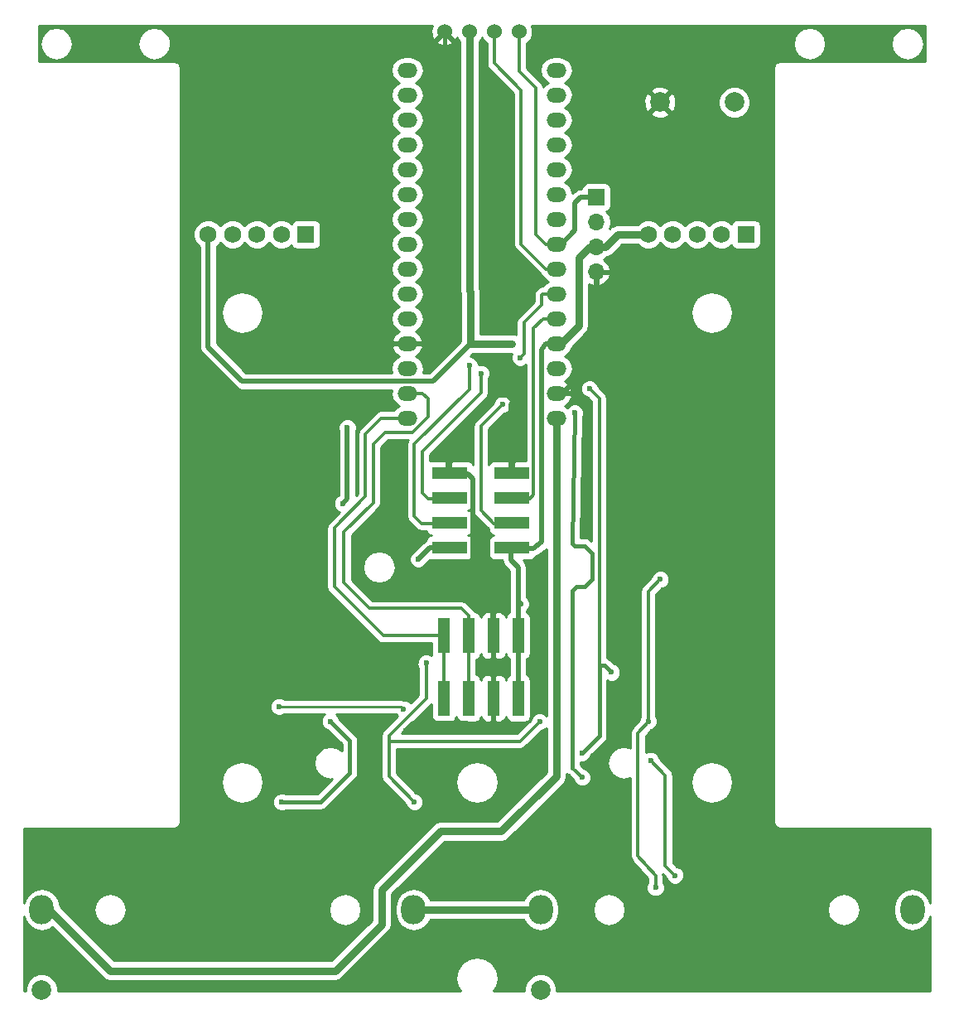
<source format=gbr>
G04 #@! TF.FileFunction,Copper,L2,Bot,Signal*
%FSLAX46Y46*%
G04 Gerber Fmt 4.6, Leading zero omitted, Abs format (unit mm)*
G04 Created by KiCad (PCBNEW 4.0.5-e0-6337~49~ubuntu16.04.1) date Sun Jan 22 15:59:59 2017*
%MOMM*%
%LPD*%
G01*
G04 APERTURE LIST*
%ADD10C,0.100000*%
%ADD11R,1.270000X3.600000*%
%ADD12R,3.600000X1.270000*%
%ADD13O,2.500000X3.000000*%
%ADD14C,2.000000*%
%ADD15R,1.750000X1.750000*%
%ADD16C,1.750000*%
%ADD17O,2.000000X1.500000*%
%ADD18C,1.524000*%
%ADD19R,1.700000X1.700000*%
%ADD20O,1.700000X1.700000*%
%ADD21C,0.600000*%
%ADD22C,0.300000*%
%ADD23C,0.500000*%
%ADD24C,0.400000*%
%ADD25C,0.800000*%
%ADD26C,0.250000*%
%ADD27C,0.254000*%
G04 APERTURE END LIST*
D10*
D11*
X105210000Y-94400000D03*
X102670000Y-94400000D03*
X100130000Y-94400000D03*
X97590000Y-94400000D03*
X97590000Y-88000000D03*
X100130000Y-88000000D03*
X102670000Y-88000000D03*
X105210000Y-88000000D03*
D12*
X98200000Y-79010000D03*
X98200000Y-76470000D03*
X98200000Y-73930000D03*
X98200000Y-71390000D03*
X104600000Y-71390000D03*
X104600000Y-73930000D03*
X104600000Y-76470000D03*
X104600000Y-79010000D03*
D13*
X56500000Y-116000000D03*
X94500000Y-116000000D03*
D14*
X56500000Y-124200000D03*
X127299840Y-33500000D03*
X119700160Y-33500000D03*
D15*
X83500000Y-47000000D03*
D16*
X81000000Y-47000000D03*
X78500000Y-47000000D03*
X76000000Y-47000000D03*
X73500000Y-47000000D03*
D15*
X128500000Y-47000000D03*
D16*
X126000000Y-47000000D03*
X123500000Y-47000000D03*
X121000000Y-47000000D03*
X118500000Y-47000000D03*
D17*
X109120000Y-30220000D03*
X109120000Y-32760000D03*
X109120000Y-35300000D03*
X109120000Y-37840000D03*
X109120000Y-40380000D03*
X109120000Y-42920000D03*
X109120000Y-45460000D03*
X109120000Y-48000000D03*
X109120000Y-50540000D03*
X109120000Y-53080000D03*
X109120000Y-55620000D03*
X109120000Y-58160000D03*
X109120000Y-60700000D03*
X109120000Y-63240000D03*
X109120000Y-65780000D03*
X93880000Y-65780000D03*
X93880000Y-63240000D03*
X93880000Y-60700000D03*
X93880000Y-58160000D03*
X93880000Y-55620000D03*
X93880000Y-53080000D03*
X93880000Y-50540000D03*
X93880000Y-48000000D03*
X93880000Y-45460000D03*
X93880000Y-42920000D03*
X93880000Y-40380000D03*
X93880000Y-37840000D03*
X93880000Y-35300000D03*
X93880000Y-32760000D03*
X93880000Y-30220000D03*
D18*
X97690000Y-26300000D03*
X100230000Y-26300000D03*
X102770000Y-26300000D03*
X105310000Y-26300000D03*
D13*
X107500000Y-116000000D03*
X145500000Y-116000000D03*
D14*
X107500000Y-124200000D03*
D19*
X113200000Y-43200000D03*
D20*
X113200000Y-45740000D03*
X113200000Y-48280000D03*
X113200000Y-50820000D03*
D21*
X102200000Y-51800000D03*
X106400000Y-51800000D03*
X88600000Y-79000000D03*
X105400000Y-63400000D03*
X101600000Y-82400000D03*
X85250000Y-77000000D03*
X85250000Y-64000000D03*
X93750000Y-97750000D03*
X100750000Y-97750000D03*
X105500000Y-84750000D03*
X119250000Y-113750000D03*
X95000000Y-80200000D03*
X80750000Y-95250000D03*
X93500000Y-95500000D03*
X119750000Y-82250000D03*
X118500000Y-96750000D03*
X104600000Y-58200000D03*
X107400000Y-96800000D03*
X95800000Y-90800000D03*
X94600000Y-105000000D03*
X111750000Y-102500000D03*
X111000000Y-65200000D03*
X114750000Y-91750000D03*
X111750000Y-100000000D03*
X112500000Y-62750000D03*
X87750000Y-66750000D03*
X87250000Y-74500000D03*
X121250000Y-112500000D03*
X118750000Y-100750000D03*
X81000000Y-105000000D03*
X86000000Y-96750000D03*
X100200000Y-60400000D03*
X101400000Y-61200000D03*
X103600000Y-64400000D03*
X105400000Y-59600000D03*
D22*
X106400000Y-51800000D02*
X102200000Y-51800000D01*
D23*
X98050000Y-71440000D02*
X100040000Y-71440000D01*
X100600000Y-81400000D02*
X101600000Y-82400000D01*
X100600000Y-72000000D02*
X100600000Y-81400000D01*
X100040000Y-71440000D02*
X100600000Y-72000000D01*
X109760000Y-63240000D02*
X113200000Y-59800000D01*
X113200000Y-59800000D02*
X113200000Y-50820000D01*
X109120000Y-63240000D02*
X109760000Y-63240000D01*
X88600000Y-79600000D02*
X88600000Y-81600000D01*
X88600000Y-79600000D02*
X88600000Y-79000000D01*
X100400000Y-83600000D02*
X101600000Y-82400000D01*
X90600000Y-83600000D02*
X100400000Y-83600000D01*
X88600000Y-81600000D02*
X90600000Y-83600000D01*
X104450000Y-71440000D02*
X104450000Y-64350000D01*
X104450000Y-64350000D02*
X105400000Y-63400000D01*
X98050000Y-71440000D02*
X98050000Y-68350000D01*
X103000000Y-63400000D02*
X105400000Y-63400000D01*
X98050000Y-68350000D02*
X103000000Y-63400000D01*
X101600000Y-82400000D02*
X102600000Y-83400000D01*
X102600000Y-83400000D02*
X102600000Y-87930000D01*
X102600000Y-87930000D02*
X102670000Y-88000000D01*
D22*
X102670000Y-94400000D02*
X102670000Y-88000000D01*
D23*
X85250000Y-77000000D02*
X85250000Y-64000000D01*
X94500000Y-97000000D02*
X93750000Y-97750000D01*
X100000000Y-97000000D02*
X94500000Y-97000000D01*
X100750000Y-97750000D02*
X100000000Y-97000000D01*
D24*
X97690000Y-26300000D02*
X97690000Y-57060000D01*
X97690000Y-57060000D02*
X96590000Y-58160000D01*
X96590000Y-58160000D02*
X93880000Y-58160000D01*
D23*
X105210000Y-84600000D02*
X105350000Y-84600000D01*
X105350000Y-84600000D02*
X105500000Y-84750000D01*
D25*
X113200000Y-48280000D02*
X112520000Y-48280000D01*
X112520000Y-48280000D02*
X111400000Y-49400000D01*
X111400000Y-49400000D02*
X111400000Y-56350000D01*
X113200000Y-48280000D02*
X114120000Y-48280000D01*
X114120000Y-48280000D02*
X115400000Y-47000000D01*
X115400000Y-47000000D02*
X118500000Y-47000000D01*
D22*
X118500000Y-96750000D02*
X117450000Y-98000000D01*
X117450000Y-98000000D02*
X117450000Y-110500000D01*
X117450000Y-110500000D02*
X119250000Y-112500000D01*
X119250000Y-112500000D02*
X119250000Y-113750000D01*
D23*
X98200000Y-79010000D02*
X96190000Y-79010000D01*
X96190000Y-79010000D02*
X95000000Y-80200000D01*
D26*
X93250000Y-95250000D02*
X80750000Y-95250000D01*
X93500000Y-95500000D02*
X93250000Y-95250000D01*
D22*
X118500000Y-96750000D02*
X118500000Y-83500000D01*
X118500000Y-83500000D02*
X119750000Y-82250000D01*
D23*
X108040000Y-58160000D02*
X109120000Y-58160000D01*
X107600000Y-58800000D02*
X108040000Y-58160000D01*
X107600000Y-78400000D02*
X107600000Y-58800000D01*
D25*
X100340000Y-58160000D02*
X104560000Y-58160000D01*
D23*
X104560000Y-58160000D02*
X104600000Y-58200000D01*
D24*
X100340000Y-58160000D02*
X100340000Y-58000000D01*
D23*
X100340000Y-58160000D02*
X96500000Y-62000000D01*
X96500000Y-62000000D02*
X77000000Y-62000000D01*
X77000000Y-62000000D02*
X73500000Y-58500000D01*
X73500000Y-58500000D02*
X73500000Y-47000000D01*
D25*
X109120000Y-58160000D02*
X109590000Y-58160000D01*
X109590000Y-58160000D02*
X111400000Y-56350000D01*
X100340000Y-58000000D02*
X100340000Y-52840000D01*
X100340000Y-52840000D02*
X100230000Y-52730000D01*
X100230000Y-52730000D02*
X100230000Y-26300000D01*
D23*
X106740000Y-79060000D02*
X107600000Y-78400000D01*
X104450000Y-79060000D02*
X106740000Y-79060000D01*
X105210000Y-94400000D02*
X105210000Y-88000000D01*
X105210000Y-88000000D02*
X105210000Y-84600000D01*
X105210000Y-84600000D02*
X105210000Y-81010000D01*
X104450000Y-80250000D02*
X104450000Y-79060000D01*
X105210000Y-81010000D02*
X104450000Y-80250000D01*
D22*
X105400000Y-98800000D02*
X92000000Y-98800000D01*
X107400000Y-96800000D02*
X105400000Y-98800000D01*
X95800000Y-94400000D02*
X95800000Y-90800000D01*
X92000000Y-98200000D02*
X95800000Y-94400000D01*
X92000000Y-102400000D02*
X92000000Y-98800000D01*
X92000000Y-98800000D02*
X92000000Y-98200000D01*
X94600000Y-105000000D02*
X92000000Y-102400000D01*
D24*
X110750000Y-101500000D02*
X110750000Y-83450000D01*
D22*
X111750000Y-102500000D02*
X110750000Y-101500000D01*
D24*
X110750000Y-78550000D02*
X111000000Y-65200000D01*
X111000000Y-78800000D02*
X110750000Y-78550000D01*
X112000000Y-78800000D02*
X111000000Y-78800000D01*
X112800000Y-79600000D02*
X112000000Y-78800000D01*
X112800000Y-82200000D02*
X112800000Y-79600000D01*
X112000000Y-83000000D02*
X112800000Y-82200000D01*
X111200000Y-83000000D02*
X112000000Y-83000000D01*
X110750000Y-83450000D02*
X111200000Y-83000000D01*
X113500000Y-91000000D02*
X114000000Y-91000000D01*
X114000000Y-91000000D02*
X114750000Y-91750000D01*
X113500000Y-98250000D02*
X113500000Y-91000000D01*
X111750000Y-100000000D02*
X113500000Y-98250000D01*
D22*
X112500000Y-62750000D02*
X113500000Y-63750000D01*
X113500000Y-63750000D02*
X113500000Y-91000000D01*
D23*
X87750000Y-74000000D02*
X87750000Y-66750000D01*
X87250000Y-74500000D02*
X87750000Y-74000000D01*
D22*
X120250000Y-111500000D02*
X121250000Y-112500000D01*
X120250000Y-102250000D02*
X120250000Y-111500000D01*
X118750000Y-100750000D02*
X120250000Y-102250000D01*
D23*
X109120000Y-48000000D02*
X109600000Y-48000000D01*
X109600000Y-48000000D02*
X111000000Y-46600000D01*
X111600000Y-43200000D02*
X113200000Y-43200000D01*
D22*
X105310000Y-26300000D02*
X105310000Y-30310000D01*
X108000000Y-48000000D02*
X109120000Y-48000000D01*
X107000000Y-47000000D02*
X108000000Y-48000000D01*
X107000000Y-32000000D02*
X107000000Y-47000000D01*
X105310000Y-30310000D02*
X107000000Y-32000000D01*
D23*
X111000000Y-43800000D02*
X111600000Y-43200000D01*
X111000000Y-46600000D02*
X111000000Y-43800000D01*
X109120000Y-50540000D02*
X109660000Y-50540000D01*
D22*
X109120000Y-50540000D02*
X108040000Y-50540000D01*
X102770000Y-29520000D02*
X102770000Y-26300000D01*
X105500000Y-32250000D02*
X102770000Y-29520000D01*
X105500000Y-48000000D02*
X105500000Y-32250000D01*
X108040000Y-50540000D02*
X105500000Y-48000000D01*
D25*
X56500000Y-116000000D02*
X57250000Y-116000000D01*
X57250000Y-116000000D02*
X63500000Y-122250000D01*
X63500000Y-122250000D02*
X86500000Y-122250000D01*
X86500000Y-122250000D02*
X91250000Y-117500000D01*
X91250000Y-117500000D02*
X91250000Y-114000000D01*
X91250000Y-114000000D02*
X97250000Y-108000000D01*
X97250000Y-108000000D02*
X103500000Y-108000000D01*
X103500000Y-108000000D02*
X109120000Y-102380000D01*
X109120000Y-102380000D02*
X109120000Y-65780000D01*
D24*
X81000000Y-105000000D02*
X85000000Y-105000000D01*
X88000000Y-98750000D02*
X86000000Y-96750000D01*
X88000000Y-102000000D02*
X88000000Y-98750000D01*
X85000000Y-105000000D02*
X88000000Y-102000000D01*
D25*
X94500000Y-116000000D02*
X107500000Y-116000000D01*
D22*
X93880000Y-63240000D02*
X95440000Y-63240000D01*
X100130000Y-85930000D02*
X100130000Y-88000000D01*
X99400000Y-85200000D02*
X100130000Y-85930000D01*
X90000000Y-85200000D02*
X99400000Y-85200000D01*
X87400000Y-82600000D02*
X90000000Y-85200000D01*
X87400000Y-77400000D02*
X87400000Y-82600000D01*
X90400000Y-74400000D02*
X87400000Y-77400000D01*
X90400000Y-68400000D02*
X90400000Y-74400000D01*
X91600000Y-67200000D02*
X90400000Y-68400000D01*
X94400000Y-67200000D02*
X91600000Y-67200000D01*
X96000000Y-65600000D02*
X94400000Y-67200000D01*
X96000000Y-63800000D02*
X96000000Y-65600000D01*
X95440000Y-63240000D02*
X96000000Y-63800000D01*
X100130000Y-94400000D02*
X100130000Y-88000000D01*
X97590000Y-88000000D02*
X91400000Y-88000000D01*
X91220000Y-65780000D02*
X93880000Y-65780000D01*
X89600000Y-67400000D02*
X91220000Y-65780000D01*
X89600000Y-73800000D02*
X89600000Y-67400000D01*
X86400000Y-77000000D02*
X89600000Y-73800000D01*
X86400000Y-83000000D02*
X86400000Y-77000000D01*
X91400000Y-88000000D02*
X86400000Y-83000000D01*
X97590000Y-88000000D02*
X97590000Y-94400000D01*
X98050000Y-76520000D02*
X95320000Y-76520000D01*
X100200000Y-62800000D02*
X100200000Y-60400000D01*
X94600000Y-68400000D02*
X100200000Y-62800000D01*
X94600000Y-75800000D02*
X94600000Y-68400000D01*
X95320000Y-76520000D02*
X94600000Y-75800000D01*
X98050000Y-73980000D02*
X95980000Y-73980000D01*
X101400000Y-63200000D02*
X101400000Y-61200000D01*
X95400000Y-69200000D02*
X101400000Y-63200000D01*
X95400000Y-73400000D02*
X95400000Y-69200000D01*
X95980000Y-73980000D02*
X95400000Y-73400000D01*
X104450000Y-73980000D02*
X106420000Y-73980000D01*
X107780000Y-55620000D02*
X109120000Y-55620000D01*
X106800000Y-56600000D02*
X107780000Y-55620000D01*
X106800000Y-73600000D02*
X106800000Y-56600000D01*
X106420000Y-73980000D02*
X106800000Y-73600000D01*
X104450000Y-76520000D02*
X102720000Y-76520000D01*
X102720000Y-76520000D02*
X101400000Y-75200000D01*
X101400000Y-75200000D02*
X101400000Y-66600000D01*
X101400000Y-66600000D02*
X103600000Y-64400000D01*
X105400000Y-59600000D02*
X105800000Y-59200000D01*
X105800000Y-59200000D02*
X105800000Y-56000000D01*
X105800000Y-56000000D02*
X107600000Y-54200000D01*
X107600000Y-54200000D02*
X107600000Y-53200000D01*
X107600000Y-53200000D02*
X107720000Y-53080000D01*
X107720000Y-53080000D02*
X109120000Y-53080000D01*
D27*
G36*
X146815000Y-29315000D02*
X132000000Y-29315000D01*
X131737862Y-29367143D01*
X131515632Y-29515632D01*
X131367143Y-29737862D01*
X131315000Y-30000000D01*
X131315000Y-107000000D01*
X131367143Y-107262138D01*
X131515632Y-107484368D01*
X131737862Y-107632857D01*
X132000000Y-107685000D01*
X147315000Y-107685000D01*
X147315000Y-115356259D01*
X147241513Y-114986815D01*
X146832896Y-114375277D01*
X146221358Y-113966660D01*
X145500000Y-113823173D01*
X144778642Y-113966660D01*
X144167104Y-114375277D01*
X143758487Y-114986815D01*
X143615000Y-115708173D01*
X143615000Y-116291827D01*
X143758487Y-117013185D01*
X144167104Y-117624723D01*
X144778642Y-118033340D01*
X145500000Y-118176827D01*
X146221358Y-118033340D01*
X146832896Y-117624723D01*
X147241513Y-117013185D01*
X147315000Y-116643741D01*
X147315000Y-124315000D01*
X109134901Y-124315000D01*
X109135284Y-123876205D01*
X108886894Y-123275057D01*
X108427363Y-122814722D01*
X107826648Y-122565284D01*
X107176205Y-122564716D01*
X106575057Y-122813106D01*
X106114722Y-123272637D01*
X105865284Y-123873352D01*
X105864898Y-124315000D01*
X102698728Y-124315000D01*
X103018677Y-123836163D01*
X103185000Y-123000000D01*
X103018677Y-122163837D01*
X102545028Y-121454972D01*
X101836163Y-120981323D01*
X101000000Y-120815000D01*
X100163837Y-120981323D01*
X99454972Y-121454972D01*
X98981323Y-122163837D01*
X98815000Y-123000000D01*
X98981323Y-123836163D01*
X99301272Y-124315000D01*
X58134901Y-124315000D01*
X58135284Y-123876205D01*
X57886894Y-123275057D01*
X57427363Y-122814722D01*
X56826648Y-122565284D01*
X56176205Y-122564716D01*
X55575057Y-122813106D01*
X55114722Y-123272637D01*
X54865284Y-123873352D01*
X54864898Y-124315000D01*
X54685000Y-124315000D01*
X54685000Y-116643741D01*
X54758487Y-117013185D01*
X55167104Y-117624723D01*
X55778642Y-118033340D01*
X56500000Y-118176827D01*
X57221358Y-118033340D01*
X57579995Y-117793706D01*
X62768142Y-122981853D01*
X62768144Y-122981856D01*
X62795299Y-123000000D01*
X63103923Y-123206215D01*
X63500000Y-123285001D01*
X63500005Y-123285000D01*
X86499995Y-123285000D01*
X86500000Y-123285001D01*
X86896077Y-123206215D01*
X87231856Y-122981856D01*
X91981853Y-118231858D01*
X91981856Y-118231856D01*
X92116349Y-118030571D01*
X92206215Y-117896078D01*
X92285000Y-117500000D01*
X92285000Y-115708173D01*
X92615000Y-115708173D01*
X92615000Y-116291827D01*
X92758487Y-117013185D01*
X93167104Y-117624723D01*
X93778642Y-118033340D01*
X94500000Y-118176827D01*
X95221358Y-118033340D01*
X95832896Y-117624723D01*
X96226937Y-117035000D01*
X105773063Y-117035000D01*
X106167104Y-117624723D01*
X106778642Y-118033340D01*
X107500000Y-118176827D01*
X108221358Y-118033340D01*
X108832896Y-117624723D01*
X109241513Y-117013185D01*
X109385000Y-116291827D01*
X109385000Y-116000000D01*
X112815000Y-116000000D01*
X112943263Y-116644822D01*
X113308525Y-117191475D01*
X113855178Y-117556737D01*
X114500000Y-117685000D01*
X115144822Y-117556737D01*
X115691475Y-117191475D01*
X116056737Y-116644822D01*
X116185000Y-116000000D01*
X136815000Y-116000000D01*
X136943263Y-116644822D01*
X137308525Y-117191475D01*
X137855178Y-117556737D01*
X138500000Y-117685000D01*
X139144822Y-117556737D01*
X139691475Y-117191475D01*
X140056737Y-116644822D01*
X140185000Y-116000000D01*
X140056737Y-115355178D01*
X139691475Y-114808525D01*
X139144822Y-114443263D01*
X138500000Y-114315000D01*
X137855178Y-114443263D01*
X137308525Y-114808525D01*
X136943263Y-115355178D01*
X136815000Y-116000000D01*
X116185000Y-116000000D01*
X116056737Y-115355178D01*
X115691475Y-114808525D01*
X115144822Y-114443263D01*
X114500000Y-114315000D01*
X113855178Y-114443263D01*
X113308525Y-114808525D01*
X112943263Y-115355178D01*
X112815000Y-116000000D01*
X109385000Y-116000000D01*
X109385000Y-115708173D01*
X109241513Y-114986815D01*
X108832896Y-114375277D01*
X108221358Y-113966660D01*
X107500000Y-113823173D01*
X106778642Y-113966660D01*
X106167104Y-114375277D01*
X105773063Y-114965000D01*
X96226937Y-114965000D01*
X95832896Y-114375277D01*
X95221358Y-113966660D01*
X94500000Y-113823173D01*
X93778642Y-113966660D01*
X93167104Y-114375277D01*
X92758487Y-114986815D01*
X92615000Y-115708173D01*
X92285000Y-115708173D01*
X92285000Y-114428712D01*
X97678711Y-109035000D01*
X103499995Y-109035000D01*
X103500000Y-109035001D01*
X103896077Y-108956215D01*
X104231856Y-108731856D01*
X109851853Y-103111858D01*
X109851856Y-103111856D01*
X109986349Y-102910571D01*
X110076215Y-102776078D01*
X110155001Y-102380000D01*
X110155000Y-102379995D01*
X110155000Y-102083601D01*
X110159566Y-102090434D01*
X110372663Y-102232821D01*
X110814847Y-102675005D01*
X110814838Y-102685167D01*
X110956883Y-103028943D01*
X111219673Y-103292192D01*
X111563201Y-103434838D01*
X111935167Y-103435162D01*
X112278943Y-103293117D01*
X112542192Y-103030327D01*
X112684838Y-102686799D01*
X112685162Y-102314833D01*
X112543117Y-101971057D01*
X112280327Y-101707808D01*
X111936799Y-101565162D01*
X111925310Y-101565152D01*
X111585000Y-101224842D01*
X111585000Y-101000000D01*
X114315000Y-101000000D01*
X114443263Y-101644822D01*
X114808525Y-102191475D01*
X115355178Y-102556737D01*
X116000000Y-102685000D01*
X116644822Y-102556737D01*
X116665000Y-102543254D01*
X116665000Y-110500000D01*
X116690929Y-110630353D01*
X116709969Y-110761873D01*
X116720670Y-110779869D01*
X116724755Y-110800406D01*
X116798592Y-110910911D01*
X116866514Y-111025137D01*
X118465000Y-112801233D01*
X118465000Y-113212494D01*
X118457808Y-113219673D01*
X118315162Y-113563201D01*
X118314838Y-113935167D01*
X118456883Y-114278943D01*
X118719673Y-114542192D01*
X119063201Y-114684838D01*
X119435167Y-114685162D01*
X119778943Y-114543117D01*
X120042192Y-114280327D01*
X120184838Y-113936799D01*
X120185162Y-113564833D01*
X120043117Y-113221057D01*
X120035000Y-113212926D01*
X120035000Y-112500000D01*
X120009073Y-112369658D01*
X120009001Y-112369159D01*
X120314847Y-112675005D01*
X120314838Y-112685167D01*
X120456883Y-113028943D01*
X120719673Y-113292192D01*
X121063201Y-113434838D01*
X121435167Y-113435162D01*
X121778943Y-113293117D01*
X122042192Y-113030327D01*
X122184838Y-112686799D01*
X122185162Y-112314833D01*
X122043117Y-111971057D01*
X121780327Y-111707808D01*
X121436799Y-111565162D01*
X121425310Y-111565152D01*
X121035000Y-111174842D01*
X121035000Y-103000000D01*
X122815000Y-103000000D01*
X122981323Y-103836163D01*
X123454972Y-104545028D01*
X124163837Y-105018677D01*
X125000000Y-105185000D01*
X125836163Y-105018677D01*
X126545028Y-104545028D01*
X127018677Y-103836163D01*
X127185000Y-103000000D01*
X127018677Y-102163837D01*
X126545028Y-101454972D01*
X125836163Y-100981323D01*
X125000000Y-100815000D01*
X124163837Y-100981323D01*
X123454972Y-101454972D01*
X122981323Y-102163837D01*
X122815000Y-103000000D01*
X121035000Y-103000000D01*
X121035000Y-102250000D01*
X121003260Y-102090434D01*
X120975245Y-101949593D01*
X120805079Y-101694921D01*
X119685153Y-100574995D01*
X119685162Y-100564833D01*
X119543117Y-100221057D01*
X119280327Y-99957808D01*
X118936799Y-99815162D01*
X118564833Y-99814838D01*
X118235000Y-99951122D01*
X118235000Y-98285951D01*
X118768632Y-97650675D01*
X119028943Y-97543117D01*
X119292192Y-97280327D01*
X119434838Y-96936799D01*
X119435162Y-96564833D01*
X119293117Y-96221057D01*
X119285000Y-96212926D01*
X119285000Y-83825158D01*
X119925005Y-83185153D01*
X119935167Y-83185162D01*
X120278943Y-83043117D01*
X120542192Y-82780327D01*
X120684838Y-82436799D01*
X120685162Y-82064833D01*
X120543117Y-81721057D01*
X120280327Y-81457808D01*
X119936799Y-81315162D01*
X119564833Y-81314838D01*
X119221057Y-81456883D01*
X118957808Y-81719673D01*
X118815162Y-82063201D01*
X118815152Y-82074690D01*
X117944921Y-82944921D01*
X117774755Y-83199593D01*
X117774755Y-83199594D01*
X117715000Y-83500000D01*
X117715000Y-96212494D01*
X117707808Y-96219673D01*
X117565162Y-96563201D01*
X117565093Y-96642510D01*
X116848922Y-97495094D01*
X116791276Y-97600038D01*
X116724755Y-97699594D01*
X116718037Y-97733369D01*
X116701458Y-97763550D01*
X116688360Y-97882563D01*
X116665000Y-98000000D01*
X116665000Y-99456746D01*
X116644822Y-99443263D01*
X116000000Y-99315000D01*
X115355178Y-99443263D01*
X114808525Y-99808525D01*
X114443263Y-100355178D01*
X114315000Y-101000000D01*
X111585000Y-101000000D01*
X111585000Y-100934857D01*
X111935167Y-100935162D01*
X112278943Y-100793117D01*
X112542192Y-100530327D01*
X112642778Y-100288090D01*
X114090434Y-98840434D01*
X114271440Y-98569540D01*
X114335000Y-98250000D01*
X114335000Y-92590080D01*
X114563201Y-92684838D01*
X114935167Y-92685162D01*
X115278943Y-92543117D01*
X115542192Y-92280327D01*
X115684838Y-91936799D01*
X115685162Y-91564833D01*
X115543117Y-91221057D01*
X115280327Y-90957808D01*
X115038090Y-90857222D01*
X114590434Y-90409566D01*
X114483817Y-90338327D01*
X114319541Y-90228561D01*
X114285000Y-90221690D01*
X114285000Y-63750005D01*
X114285001Y-63750000D01*
X114225245Y-63449594D01*
X114055079Y-63194921D01*
X113435153Y-62574995D01*
X113435162Y-62564833D01*
X113293117Y-62221057D01*
X113030327Y-61957808D01*
X112686799Y-61815162D01*
X112314833Y-61814838D01*
X111971057Y-61956883D01*
X111707808Y-62219673D01*
X111565162Y-62563201D01*
X111564838Y-62935167D01*
X111706883Y-63278943D01*
X111969673Y-63542192D01*
X112313201Y-63684838D01*
X112324690Y-63684848D01*
X112715000Y-64075158D01*
X112715000Y-78334132D01*
X112590434Y-78209566D01*
X112532542Y-78170884D01*
X112319541Y-78028561D01*
X112000000Y-77965000D01*
X111596102Y-77965000D01*
X111826775Y-65647042D01*
X111934838Y-65386799D01*
X111935162Y-65014833D01*
X111793117Y-64671057D01*
X111530327Y-64407808D01*
X111186799Y-64265162D01*
X110814833Y-64264838D01*
X110471057Y-64406883D01*
X110207808Y-64669673D01*
X110202929Y-64681423D01*
X109938161Y-64504511D01*
X109991721Y-64489964D01*
X110422736Y-64156894D01*
X110693481Y-63684235D01*
X110712318Y-63581185D01*
X110589656Y-63367000D01*
X109247000Y-63367000D01*
X109247000Y-63387000D01*
X108993000Y-63387000D01*
X108993000Y-63367000D01*
X108973000Y-63367000D01*
X108973000Y-63113000D01*
X108993000Y-63113000D01*
X108993000Y-63093000D01*
X109247000Y-63093000D01*
X109247000Y-63113000D01*
X110589656Y-63113000D01*
X110712318Y-62898815D01*
X110693481Y-62795765D01*
X110422736Y-62323106D01*
X109991721Y-61990036D01*
X109938161Y-61975489D01*
X110381375Y-61679343D01*
X110681605Y-61230017D01*
X110787032Y-60700000D01*
X110681605Y-60169983D01*
X110381375Y-59720657D01*
X109946376Y-59430000D01*
X110381375Y-59139343D01*
X110681605Y-58690017D01*
X110720815Y-58492897D01*
X112131853Y-57081858D01*
X112131856Y-57081856D01*
X112356215Y-56746077D01*
X112385272Y-56600000D01*
X112435001Y-56350000D01*
X112435000Y-56349995D01*
X112435000Y-55000000D01*
X122815000Y-55000000D01*
X122981323Y-55836163D01*
X123454972Y-56545028D01*
X124163837Y-57018677D01*
X125000000Y-57185000D01*
X125836163Y-57018677D01*
X126545028Y-56545028D01*
X127018677Y-55836163D01*
X127185000Y-55000000D01*
X127018677Y-54163837D01*
X126545028Y-53454972D01*
X125836163Y-52981323D01*
X125000000Y-52815000D01*
X124163837Y-52981323D01*
X123454972Y-53454972D01*
X122981323Y-54163837D01*
X122815000Y-55000000D01*
X112435000Y-55000000D01*
X112435000Y-52069828D01*
X112843108Y-52261486D01*
X113073000Y-52140819D01*
X113073000Y-50947000D01*
X113327000Y-50947000D01*
X113327000Y-52140819D01*
X113556892Y-52261486D01*
X114081358Y-52015183D01*
X114471645Y-51586924D01*
X114641476Y-51176890D01*
X114520155Y-50947000D01*
X113327000Y-50947000D01*
X113073000Y-50947000D01*
X113053000Y-50947000D01*
X113053000Y-50693000D01*
X113073000Y-50693000D01*
X113073000Y-50673000D01*
X113327000Y-50673000D01*
X113327000Y-50693000D01*
X114520155Y-50693000D01*
X114641476Y-50463110D01*
X114471645Y-50053076D01*
X114081358Y-49624817D01*
X113938447Y-49557702D01*
X114279147Y-49330054D01*
X114315142Y-49276184D01*
X114516077Y-49236215D01*
X114851856Y-49011856D01*
X115828711Y-48035000D01*
X117399593Y-48035000D01*
X117643537Y-48279370D01*
X118198325Y-48509738D01*
X118799040Y-48510262D01*
X119354229Y-48280862D01*
X119750318Y-47885464D01*
X120143537Y-48279370D01*
X120698325Y-48509738D01*
X121299040Y-48510262D01*
X121854229Y-48280862D01*
X122250318Y-47885464D01*
X122643537Y-48279370D01*
X123198325Y-48509738D01*
X123799040Y-48510262D01*
X124354229Y-48280862D01*
X124750318Y-47885464D01*
X125143537Y-48279370D01*
X125698325Y-48509738D01*
X126299040Y-48510262D01*
X126854229Y-48280862D01*
X127023103Y-48112283D01*
X127160910Y-48326441D01*
X127373110Y-48471431D01*
X127625000Y-48522440D01*
X129375000Y-48522440D01*
X129610317Y-48478162D01*
X129826441Y-48339090D01*
X129971431Y-48126890D01*
X130022440Y-47875000D01*
X130022440Y-46125000D01*
X129978162Y-45889683D01*
X129839090Y-45673559D01*
X129626890Y-45528569D01*
X129375000Y-45477560D01*
X127625000Y-45477560D01*
X127389683Y-45521838D01*
X127173559Y-45660910D01*
X127028569Y-45873110D01*
X127025214Y-45889676D01*
X126856463Y-45720630D01*
X126301675Y-45490262D01*
X125700960Y-45489738D01*
X125145771Y-45719138D01*
X124749682Y-46114536D01*
X124356463Y-45720630D01*
X123801675Y-45490262D01*
X123200960Y-45489738D01*
X122645771Y-45719138D01*
X122249682Y-46114536D01*
X121856463Y-45720630D01*
X121301675Y-45490262D01*
X120700960Y-45489738D01*
X120145771Y-45719138D01*
X119749682Y-46114536D01*
X119356463Y-45720630D01*
X118801675Y-45490262D01*
X118200960Y-45489738D01*
X117645771Y-45719138D01*
X117399479Y-45965000D01*
X115400000Y-45965000D01*
X115003922Y-46043785D01*
X114882375Y-46125000D01*
X114668144Y-46268144D01*
X114668142Y-46268147D01*
X114546786Y-46389503D01*
X114601054Y-46308285D01*
X114714093Y-45740000D01*
X114601054Y-45171715D01*
X114279147Y-44689946D01*
X114237548Y-44662150D01*
X114285317Y-44653162D01*
X114501441Y-44514090D01*
X114646431Y-44301890D01*
X114697440Y-44050000D01*
X114697440Y-42350000D01*
X114653162Y-42114683D01*
X114514090Y-41898559D01*
X114301890Y-41753569D01*
X114050000Y-41702560D01*
X112350000Y-41702560D01*
X112114683Y-41746838D01*
X111898559Y-41885910D01*
X111753569Y-42098110D01*
X111709648Y-42315000D01*
X111600005Y-42315000D01*
X111600000Y-42314999D01*
X111261325Y-42382367D01*
X110974210Y-42574210D01*
X110974208Y-42574213D01*
X110760717Y-42787704D01*
X110681605Y-42389983D01*
X110381375Y-41940657D01*
X109946376Y-41650000D01*
X110381375Y-41359343D01*
X110681605Y-40910017D01*
X110787032Y-40380000D01*
X110681605Y-39849983D01*
X110381375Y-39400657D01*
X109946376Y-39110000D01*
X110381375Y-38819343D01*
X110681605Y-38370017D01*
X110787032Y-37840000D01*
X110681605Y-37309983D01*
X110381375Y-36860657D01*
X109946376Y-36570000D01*
X110381375Y-36279343D01*
X110681605Y-35830017D01*
X110787032Y-35300000D01*
X110681605Y-34769983D01*
X110603127Y-34652532D01*
X118727233Y-34652532D01*
X118825896Y-34919387D01*
X119435621Y-35145908D01*
X120085620Y-35121856D01*
X120574424Y-34919387D01*
X120673087Y-34652532D01*
X119700160Y-33679605D01*
X118727233Y-34652532D01*
X110603127Y-34652532D01*
X110381375Y-34320657D01*
X109946376Y-34030000D01*
X110381375Y-33739343D01*
X110681605Y-33290017D01*
X110692456Y-33235461D01*
X118054252Y-33235461D01*
X118078304Y-33885460D01*
X118280773Y-34374264D01*
X118547628Y-34472927D01*
X119520555Y-33500000D01*
X119879765Y-33500000D01*
X120852692Y-34472927D01*
X121119547Y-34374264D01*
X121324053Y-33823795D01*
X125664556Y-33823795D01*
X125912946Y-34424943D01*
X126372477Y-34885278D01*
X126973192Y-35134716D01*
X127623635Y-35135284D01*
X128224783Y-34886894D01*
X128685118Y-34427363D01*
X128934556Y-33826648D01*
X128935124Y-33176205D01*
X128686734Y-32575057D01*
X128227203Y-32114722D01*
X127626488Y-31865284D01*
X126976045Y-31864716D01*
X126374897Y-32113106D01*
X125914562Y-32572637D01*
X125665124Y-33173352D01*
X125664556Y-33823795D01*
X121324053Y-33823795D01*
X121346068Y-33764539D01*
X121322016Y-33114540D01*
X121119547Y-32625736D01*
X120852692Y-32527073D01*
X119879765Y-33500000D01*
X119520555Y-33500000D01*
X118547628Y-32527073D01*
X118280773Y-32625736D01*
X118054252Y-33235461D01*
X110692456Y-33235461D01*
X110787032Y-32760000D01*
X110704975Y-32347468D01*
X118727233Y-32347468D01*
X119700160Y-33320395D01*
X120673087Y-32347468D01*
X120574424Y-32080613D01*
X119964699Y-31854092D01*
X119314700Y-31878144D01*
X118825896Y-32080613D01*
X118727233Y-32347468D01*
X110704975Y-32347468D01*
X110681605Y-32229983D01*
X110381375Y-31780657D01*
X109946376Y-31490000D01*
X110381375Y-31199343D01*
X110681605Y-30750017D01*
X110787032Y-30220000D01*
X110681605Y-29689983D01*
X110381375Y-29240657D01*
X109932049Y-28940427D01*
X109402032Y-28835000D01*
X108837968Y-28835000D01*
X108307951Y-28940427D01*
X107858625Y-29240657D01*
X107558395Y-29689983D01*
X107452968Y-30220000D01*
X107558395Y-30750017D01*
X107858625Y-31199343D01*
X108293624Y-31490000D01*
X107858625Y-31780657D01*
X107768268Y-31915885D01*
X107725245Y-31699594D01*
X107555079Y-31444921D01*
X106095000Y-29984842D01*
X106095000Y-27500000D01*
X133315000Y-27500000D01*
X133443263Y-28144822D01*
X133808525Y-28691475D01*
X134355178Y-29056737D01*
X135000000Y-29185000D01*
X135644822Y-29056737D01*
X136191475Y-28691475D01*
X136556737Y-28144822D01*
X136685000Y-27500000D01*
X143315000Y-27500000D01*
X143443263Y-28144822D01*
X143808525Y-28691475D01*
X144355178Y-29056737D01*
X145000000Y-29185000D01*
X145644822Y-29056737D01*
X146191475Y-28691475D01*
X146556737Y-28144822D01*
X146685000Y-27500000D01*
X146556737Y-26855178D01*
X146191475Y-26308525D01*
X145644822Y-25943263D01*
X145000000Y-25815000D01*
X144355178Y-25943263D01*
X143808525Y-26308525D01*
X143443263Y-26855178D01*
X143315000Y-27500000D01*
X136685000Y-27500000D01*
X136556737Y-26855178D01*
X136191475Y-26308525D01*
X135644822Y-25943263D01*
X135000000Y-25815000D01*
X134355178Y-25943263D01*
X133808525Y-26308525D01*
X133443263Y-26855178D01*
X133315000Y-27500000D01*
X106095000Y-27500000D01*
X106095000Y-27487201D01*
X106100303Y-27485010D01*
X106493629Y-27092370D01*
X106706757Y-26579100D01*
X106707242Y-26023339D01*
X106567444Y-25685000D01*
X146815000Y-25685000D01*
X146815000Y-29315000D01*
X146815000Y-29315000D01*
G37*
X146815000Y-29315000D02*
X132000000Y-29315000D01*
X131737862Y-29367143D01*
X131515632Y-29515632D01*
X131367143Y-29737862D01*
X131315000Y-30000000D01*
X131315000Y-107000000D01*
X131367143Y-107262138D01*
X131515632Y-107484368D01*
X131737862Y-107632857D01*
X132000000Y-107685000D01*
X147315000Y-107685000D01*
X147315000Y-115356259D01*
X147241513Y-114986815D01*
X146832896Y-114375277D01*
X146221358Y-113966660D01*
X145500000Y-113823173D01*
X144778642Y-113966660D01*
X144167104Y-114375277D01*
X143758487Y-114986815D01*
X143615000Y-115708173D01*
X143615000Y-116291827D01*
X143758487Y-117013185D01*
X144167104Y-117624723D01*
X144778642Y-118033340D01*
X145500000Y-118176827D01*
X146221358Y-118033340D01*
X146832896Y-117624723D01*
X147241513Y-117013185D01*
X147315000Y-116643741D01*
X147315000Y-124315000D01*
X109134901Y-124315000D01*
X109135284Y-123876205D01*
X108886894Y-123275057D01*
X108427363Y-122814722D01*
X107826648Y-122565284D01*
X107176205Y-122564716D01*
X106575057Y-122813106D01*
X106114722Y-123272637D01*
X105865284Y-123873352D01*
X105864898Y-124315000D01*
X102698728Y-124315000D01*
X103018677Y-123836163D01*
X103185000Y-123000000D01*
X103018677Y-122163837D01*
X102545028Y-121454972D01*
X101836163Y-120981323D01*
X101000000Y-120815000D01*
X100163837Y-120981323D01*
X99454972Y-121454972D01*
X98981323Y-122163837D01*
X98815000Y-123000000D01*
X98981323Y-123836163D01*
X99301272Y-124315000D01*
X58134901Y-124315000D01*
X58135284Y-123876205D01*
X57886894Y-123275057D01*
X57427363Y-122814722D01*
X56826648Y-122565284D01*
X56176205Y-122564716D01*
X55575057Y-122813106D01*
X55114722Y-123272637D01*
X54865284Y-123873352D01*
X54864898Y-124315000D01*
X54685000Y-124315000D01*
X54685000Y-116643741D01*
X54758487Y-117013185D01*
X55167104Y-117624723D01*
X55778642Y-118033340D01*
X56500000Y-118176827D01*
X57221358Y-118033340D01*
X57579995Y-117793706D01*
X62768142Y-122981853D01*
X62768144Y-122981856D01*
X62795299Y-123000000D01*
X63103923Y-123206215D01*
X63500000Y-123285001D01*
X63500005Y-123285000D01*
X86499995Y-123285000D01*
X86500000Y-123285001D01*
X86896077Y-123206215D01*
X87231856Y-122981856D01*
X91981853Y-118231858D01*
X91981856Y-118231856D01*
X92116349Y-118030571D01*
X92206215Y-117896078D01*
X92285000Y-117500000D01*
X92285000Y-115708173D01*
X92615000Y-115708173D01*
X92615000Y-116291827D01*
X92758487Y-117013185D01*
X93167104Y-117624723D01*
X93778642Y-118033340D01*
X94500000Y-118176827D01*
X95221358Y-118033340D01*
X95832896Y-117624723D01*
X96226937Y-117035000D01*
X105773063Y-117035000D01*
X106167104Y-117624723D01*
X106778642Y-118033340D01*
X107500000Y-118176827D01*
X108221358Y-118033340D01*
X108832896Y-117624723D01*
X109241513Y-117013185D01*
X109385000Y-116291827D01*
X109385000Y-116000000D01*
X112815000Y-116000000D01*
X112943263Y-116644822D01*
X113308525Y-117191475D01*
X113855178Y-117556737D01*
X114500000Y-117685000D01*
X115144822Y-117556737D01*
X115691475Y-117191475D01*
X116056737Y-116644822D01*
X116185000Y-116000000D01*
X136815000Y-116000000D01*
X136943263Y-116644822D01*
X137308525Y-117191475D01*
X137855178Y-117556737D01*
X138500000Y-117685000D01*
X139144822Y-117556737D01*
X139691475Y-117191475D01*
X140056737Y-116644822D01*
X140185000Y-116000000D01*
X140056737Y-115355178D01*
X139691475Y-114808525D01*
X139144822Y-114443263D01*
X138500000Y-114315000D01*
X137855178Y-114443263D01*
X137308525Y-114808525D01*
X136943263Y-115355178D01*
X136815000Y-116000000D01*
X116185000Y-116000000D01*
X116056737Y-115355178D01*
X115691475Y-114808525D01*
X115144822Y-114443263D01*
X114500000Y-114315000D01*
X113855178Y-114443263D01*
X113308525Y-114808525D01*
X112943263Y-115355178D01*
X112815000Y-116000000D01*
X109385000Y-116000000D01*
X109385000Y-115708173D01*
X109241513Y-114986815D01*
X108832896Y-114375277D01*
X108221358Y-113966660D01*
X107500000Y-113823173D01*
X106778642Y-113966660D01*
X106167104Y-114375277D01*
X105773063Y-114965000D01*
X96226937Y-114965000D01*
X95832896Y-114375277D01*
X95221358Y-113966660D01*
X94500000Y-113823173D01*
X93778642Y-113966660D01*
X93167104Y-114375277D01*
X92758487Y-114986815D01*
X92615000Y-115708173D01*
X92285000Y-115708173D01*
X92285000Y-114428712D01*
X97678711Y-109035000D01*
X103499995Y-109035000D01*
X103500000Y-109035001D01*
X103896077Y-108956215D01*
X104231856Y-108731856D01*
X109851853Y-103111858D01*
X109851856Y-103111856D01*
X109986349Y-102910571D01*
X110076215Y-102776078D01*
X110155001Y-102380000D01*
X110155000Y-102379995D01*
X110155000Y-102083601D01*
X110159566Y-102090434D01*
X110372663Y-102232821D01*
X110814847Y-102675005D01*
X110814838Y-102685167D01*
X110956883Y-103028943D01*
X111219673Y-103292192D01*
X111563201Y-103434838D01*
X111935167Y-103435162D01*
X112278943Y-103293117D01*
X112542192Y-103030327D01*
X112684838Y-102686799D01*
X112685162Y-102314833D01*
X112543117Y-101971057D01*
X112280327Y-101707808D01*
X111936799Y-101565162D01*
X111925310Y-101565152D01*
X111585000Y-101224842D01*
X111585000Y-101000000D01*
X114315000Y-101000000D01*
X114443263Y-101644822D01*
X114808525Y-102191475D01*
X115355178Y-102556737D01*
X116000000Y-102685000D01*
X116644822Y-102556737D01*
X116665000Y-102543254D01*
X116665000Y-110500000D01*
X116690929Y-110630353D01*
X116709969Y-110761873D01*
X116720670Y-110779869D01*
X116724755Y-110800406D01*
X116798592Y-110910911D01*
X116866514Y-111025137D01*
X118465000Y-112801233D01*
X118465000Y-113212494D01*
X118457808Y-113219673D01*
X118315162Y-113563201D01*
X118314838Y-113935167D01*
X118456883Y-114278943D01*
X118719673Y-114542192D01*
X119063201Y-114684838D01*
X119435167Y-114685162D01*
X119778943Y-114543117D01*
X120042192Y-114280327D01*
X120184838Y-113936799D01*
X120185162Y-113564833D01*
X120043117Y-113221057D01*
X120035000Y-113212926D01*
X120035000Y-112500000D01*
X120009073Y-112369658D01*
X120009001Y-112369159D01*
X120314847Y-112675005D01*
X120314838Y-112685167D01*
X120456883Y-113028943D01*
X120719673Y-113292192D01*
X121063201Y-113434838D01*
X121435167Y-113435162D01*
X121778943Y-113293117D01*
X122042192Y-113030327D01*
X122184838Y-112686799D01*
X122185162Y-112314833D01*
X122043117Y-111971057D01*
X121780327Y-111707808D01*
X121436799Y-111565162D01*
X121425310Y-111565152D01*
X121035000Y-111174842D01*
X121035000Y-103000000D01*
X122815000Y-103000000D01*
X122981323Y-103836163D01*
X123454972Y-104545028D01*
X124163837Y-105018677D01*
X125000000Y-105185000D01*
X125836163Y-105018677D01*
X126545028Y-104545028D01*
X127018677Y-103836163D01*
X127185000Y-103000000D01*
X127018677Y-102163837D01*
X126545028Y-101454972D01*
X125836163Y-100981323D01*
X125000000Y-100815000D01*
X124163837Y-100981323D01*
X123454972Y-101454972D01*
X122981323Y-102163837D01*
X122815000Y-103000000D01*
X121035000Y-103000000D01*
X121035000Y-102250000D01*
X121003260Y-102090434D01*
X120975245Y-101949593D01*
X120805079Y-101694921D01*
X119685153Y-100574995D01*
X119685162Y-100564833D01*
X119543117Y-100221057D01*
X119280327Y-99957808D01*
X118936799Y-99815162D01*
X118564833Y-99814838D01*
X118235000Y-99951122D01*
X118235000Y-98285951D01*
X118768632Y-97650675D01*
X119028943Y-97543117D01*
X119292192Y-97280327D01*
X119434838Y-96936799D01*
X119435162Y-96564833D01*
X119293117Y-96221057D01*
X119285000Y-96212926D01*
X119285000Y-83825158D01*
X119925005Y-83185153D01*
X119935167Y-83185162D01*
X120278943Y-83043117D01*
X120542192Y-82780327D01*
X120684838Y-82436799D01*
X120685162Y-82064833D01*
X120543117Y-81721057D01*
X120280327Y-81457808D01*
X119936799Y-81315162D01*
X119564833Y-81314838D01*
X119221057Y-81456883D01*
X118957808Y-81719673D01*
X118815162Y-82063201D01*
X118815152Y-82074690D01*
X117944921Y-82944921D01*
X117774755Y-83199593D01*
X117774755Y-83199594D01*
X117715000Y-83500000D01*
X117715000Y-96212494D01*
X117707808Y-96219673D01*
X117565162Y-96563201D01*
X117565093Y-96642510D01*
X116848922Y-97495094D01*
X116791276Y-97600038D01*
X116724755Y-97699594D01*
X116718037Y-97733369D01*
X116701458Y-97763550D01*
X116688360Y-97882563D01*
X116665000Y-98000000D01*
X116665000Y-99456746D01*
X116644822Y-99443263D01*
X116000000Y-99315000D01*
X115355178Y-99443263D01*
X114808525Y-99808525D01*
X114443263Y-100355178D01*
X114315000Y-101000000D01*
X111585000Y-101000000D01*
X111585000Y-100934857D01*
X111935167Y-100935162D01*
X112278943Y-100793117D01*
X112542192Y-100530327D01*
X112642778Y-100288090D01*
X114090434Y-98840434D01*
X114271440Y-98569540D01*
X114335000Y-98250000D01*
X114335000Y-92590080D01*
X114563201Y-92684838D01*
X114935167Y-92685162D01*
X115278943Y-92543117D01*
X115542192Y-92280327D01*
X115684838Y-91936799D01*
X115685162Y-91564833D01*
X115543117Y-91221057D01*
X115280327Y-90957808D01*
X115038090Y-90857222D01*
X114590434Y-90409566D01*
X114483817Y-90338327D01*
X114319541Y-90228561D01*
X114285000Y-90221690D01*
X114285000Y-63750005D01*
X114285001Y-63750000D01*
X114225245Y-63449594D01*
X114055079Y-63194921D01*
X113435153Y-62574995D01*
X113435162Y-62564833D01*
X113293117Y-62221057D01*
X113030327Y-61957808D01*
X112686799Y-61815162D01*
X112314833Y-61814838D01*
X111971057Y-61956883D01*
X111707808Y-62219673D01*
X111565162Y-62563201D01*
X111564838Y-62935167D01*
X111706883Y-63278943D01*
X111969673Y-63542192D01*
X112313201Y-63684838D01*
X112324690Y-63684848D01*
X112715000Y-64075158D01*
X112715000Y-78334132D01*
X112590434Y-78209566D01*
X112532542Y-78170884D01*
X112319541Y-78028561D01*
X112000000Y-77965000D01*
X111596102Y-77965000D01*
X111826775Y-65647042D01*
X111934838Y-65386799D01*
X111935162Y-65014833D01*
X111793117Y-64671057D01*
X111530327Y-64407808D01*
X111186799Y-64265162D01*
X110814833Y-64264838D01*
X110471057Y-64406883D01*
X110207808Y-64669673D01*
X110202929Y-64681423D01*
X109938161Y-64504511D01*
X109991721Y-64489964D01*
X110422736Y-64156894D01*
X110693481Y-63684235D01*
X110712318Y-63581185D01*
X110589656Y-63367000D01*
X109247000Y-63367000D01*
X109247000Y-63387000D01*
X108993000Y-63387000D01*
X108993000Y-63367000D01*
X108973000Y-63367000D01*
X108973000Y-63113000D01*
X108993000Y-63113000D01*
X108993000Y-63093000D01*
X109247000Y-63093000D01*
X109247000Y-63113000D01*
X110589656Y-63113000D01*
X110712318Y-62898815D01*
X110693481Y-62795765D01*
X110422736Y-62323106D01*
X109991721Y-61990036D01*
X109938161Y-61975489D01*
X110381375Y-61679343D01*
X110681605Y-61230017D01*
X110787032Y-60700000D01*
X110681605Y-60169983D01*
X110381375Y-59720657D01*
X109946376Y-59430000D01*
X110381375Y-59139343D01*
X110681605Y-58690017D01*
X110720815Y-58492897D01*
X112131853Y-57081858D01*
X112131856Y-57081856D01*
X112356215Y-56746077D01*
X112385272Y-56600000D01*
X112435001Y-56350000D01*
X112435000Y-56349995D01*
X112435000Y-55000000D01*
X122815000Y-55000000D01*
X122981323Y-55836163D01*
X123454972Y-56545028D01*
X124163837Y-57018677D01*
X125000000Y-57185000D01*
X125836163Y-57018677D01*
X126545028Y-56545028D01*
X127018677Y-55836163D01*
X127185000Y-55000000D01*
X127018677Y-54163837D01*
X126545028Y-53454972D01*
X125836163Y-52981323D01*
X125000000Y-52815000D01*
X124163837Y-52981323D01*
X123454972Y-53454972D01*
X122981323Y-54163837D01*
X122815000Y-55000000D01*
X112435000Y-55000000D01*
X112435000Y-52069828D01*
X112843108Y-52261486D01*
X113073000Y-52140819D01*
X113073000Y-50947000D01*
X113327000Y-50947000D01*
X113327000Y-52140819D01*
X113556892Y-52261486D01*
X114081358Y-52015183D01*
X114471645Y-51586924D01*
X114641476Y-51176890D01*
X114520155Y-50947000D01*
X113327000Y-50947000D01*
X113073000Y-50947000D01*
X113053000Y-50947000D01*
X113053000Y-50693000D01*
X113073000Y-50693000D01*
X113073000Y-50673000D01*
X113327000Y-50673000D01*
X113327000Y-50693000D01*
X114520155Y-50693000D01*
X114641476Y-50463110D01*
X114471645Y-50053076D01*
X114081358Y-49624817D01*
X113938447Y-49557702D01*
X114279147Y-49330054D01*
X114315142Y-49276184D01*
X114516077Y-49236215D01*
X114851856Y-49011856D01*
X115828711Y-48035000D01*
X117399593Y-48035000D01*
X117643537Y-48279370D01*
X118198325Y-48509738D01*
X118799040Y-48510262D01*
X119354229Y-48280862D01*
X119750318Y-47885464D01*
X120143537Y-48279370D01*
X120698325Y-48509738D01*
X121299040Y-48510262D01*
X121854229Y-48280862D01*
X122250318Y-47885464D01*
X122643537Y-48279370D01*
X123198325Y-48509738D01*
X123799040Y-48510262D01*
X124354229Y-48280862D01*
X124750318Y-47885464D01*
X125143537Y-48279370D01*
X125698325Y-48509738D01*
X126299040Y-48510262D01*
X126854229Y-48280862D01*
X127023103Y-48112283D01*
X127160910Y-48326441D01*
X127373110Y-48471431D01*
X127625000Y-48522440D01*
X129375000Y-48522440D01*
X129610317Y-48478162D01*
X129826441Y-48339090D01*
X129971431Y-48126890D01*
X130022440Y-47875000D01*
X130022440Y-46125000D01*
X129978162Y-45889683D01*
X129839090Y-45673559D01*
X129626890Y-45528569D01*
X129375000Y-45477560D01*
X127625000Y-45477560D01*
X127389683Y-45521838D01*
X127173559Y-45660910D01*
X127028569Y-45873110D01*
X127025214Y-45889676D01*
X126856463Y-45720630D01*
X126301675Y-45490262D01*
X125700960Y-45489738D01*
X125145771Y-45719138D01*
X124749682Y-46114536D01*
X124356463Y-45720630D01*
X123801675Y-45490262D01*
X123200960Y-45489738D01*
X122645771Y-45719138D01*
X122249682Y-46114536D01*
X121856463Y-45720630D01*
X121301675Y-45490262D01*
X120700960Y-45489738D01*
X120145771Y-45719138D01*
X119749682Y-46114536D01*
X119356463Y-45720630D01*
X118801675Y-45490262D01*
X118200960Y-45489738D01*
X117645771Y-45719138D01*
X117399479Y-45965000D01*
X115400000Y-45965000D01*
X115003922Y-46043785D01*
X114882375Y-46125000D01*
X114668144Y-46268144D01*
X114668142Y-46268147D01*
X114546786Y-46389503D01*
X114601054Y-46308285D01*
X114714093Y-45740000D01*
X114601054Y-45171715D01*
X114279147Y-44689946D01*
X114237548Y-44662150D01*
X114285317Y-44653162D01*
X114501441Y-44514090D01*
X114646431Y-44301890D01*
X114697440Y-44050000D01*
X114697440Y-42350000D01*
X114653162Y-42114683D01*
X114514090Y-41898559D01*
X114301890Y-41753569D01*
X114050000Y-41702560D01*
X112350000Y-41702560D01*
X112114683Y-41746838D01*
X111898559Y-41885910D01*
X111753569Y-42098110D01*
X111709648Y-42315000D01*
X111600005Y-42315000D01*
X111600000Y-42314999D01*
X111261325Y-42382367D01*
X110974210Y-42574210D01*
X110974208Y-42574213D01*
X110760717Y-42787704D01*
X110681605Y-42389983D01*
X110381375Y-41940657D01*
X109946376Y-41650000D01*
X110381375Y-41359343D01*
X110681605Y-40910017D01*
X110787032Y-40380000D01*
X110681605Y-39849983D01*
X110381375Y-39400657D01*
X109946376Y-39110000D01*
X110381375Y-38819343D01*
X110681605Y-38370017D01*
X110787032Y-37840000D01*
X110681605Y-37309983D01*
X110381375Y-36860657D01*
X109946376Y-36570000D01*
X110381375Y-36279343D01*
X110681605Y-35830017D01*
X110787032Y-35300000D01*
X110681605Y-34769983D01*
X110603127Y-34652532D01*
X118727233Y-34652532D01*
X118825896Y-34919387D01*
X119435621Y-35145908D01*
X120085620Y-35121856D01*
X120574424Y-34919387D01*
X120673087Y-34652532D01*
X119700160Y-33679605D01*
X118727233Y-34652532D01*
X110603127Y-34652532D01*
X110381375Y-34320657D01*
X109946376Y-34030000D01*
X110381375Y-33739343D01*
X110681605Y-33290017D01*
X110692456Y-33235461D01*
X118054252Y-33235461D01*
X118078304Y-33885460D01*
X118280773Y-34374264D01*
X118547628Y-34472927D01*
X119520555Y-33500000D01*
X119879765Y-33500000D01*
X120852692Y-34472927D01*
X121119547Y-34374264D01*
X121324053Y-33823795D01*
X125664556Y-33823795D01*
X125912946Y-34424943D01*
X126372477Y-34885278D01*
X126973192Y-35134716D01*
X127623635Y-35135284D01*
X128224783Y-34886894D01*
X128685118Y-34427363D01*
X128934556Y-33826648D01*
X128935124Y-33176205D01*
X128686734Y-32575057D01*
X128227203Y-32114722D01*
X127626488Y-31865284D01*
X126976045Y-31864716D01*
X126374897Y-32113106D01*
X125914562Y-32572637D01*
X125665124Y-33173352D01*
X125664556Y-33823795D01*
X121324053Y-33823795D01*
X121346068Y-33764539D01*
X121322016Y-33114540D01*
X121119547Y-32625736D01*
X120852692Y-32527073D01*
X119879765Y-33500000D01*
X119520555Y-33500000D01*
X118547628Y-32527073D01*
X118280773Y-32625736D01*
X118054252Y-33235461D01*
X110692456Y-33235461D01*
X110787032Y-32760000D01*
X110704975Y-32347468D01*
X118727233Y-32347468D01*
X119700160Y-33320395D01*
X120673087Y-32347468D01*
X120574424Y-32080613D01*
X119964699Y-31854092D01*
X119314700Y-31878144D01*
X118825896Y-32080613D01*
X118727233Y-32347468D01*
X110704975Y-32347468D01*
X110681605Y-32229983D01*
X110381375Y-31780657D01*
X109946376Y-31490000D01*
X110381375Y-31199343D01*
X110681605Y-30750017D01*
X110787032Y-30220000D01*
X110681605Y-29689983D01*
X110381375Y-29240657D01*
X109932049Y-28940427D01*
X109402032Y-28835000D01*
X108837968Y-28835000D01*
X108307951Y-28940427D01*
X107858625Y-29240657D01*
X107558395Y-29689983D01*
X107452968Y-30220000D01*
X107558395Y-30750017D01*
X107858625Y-31199343D01*
X108293624Y-31490000D01*
X107858625Y-31780657D01*
X107768268Y-31915885D01*
X107725245Y-31699594D01*
X107555079Y-31444921D01*
X106095000Y-29984842D01*
X106095000Y-27500000D01*
X133315000Y-27500000D01*
X133443263Y-28144822D01*
X133808525Y-28691475D01*
X134355178Y-29056737D01*
X135000000Y-29185000D01*
X135644822Y-29056737D01*
X136191475Y-28691475D01*
X136556737Y-28144822D01*
X136685000Y-27500000D01*
X143315000Y-27500000D01*
X143443263Y-28144822D01*
X143808525Y-28691475D01*
X144355178Y-29056737D01*
X145000000Y-29185000D01*
X145644822Y-29056737D01*
X146191475Y-28691475D01*
X146556737Y-28144822D01*
X146685000Y-27500000D01*
X146556737Y-26855178D01*
X146191475Y-26308525D01*
X145644822Y-25943263D01*
X145000000Y-25815000D01*
X144355178Y-25943263D01*
X143808525Y-26308525D01*
X143443263Y-26855178D01*
X143315000Y-27500000D01*
X136685000Y-27500000D01*
X136556737Y-26855178D01*
X136191475Y-26308525D01*
X135644822Y-25943263D01*
X135000000Y-25815000D01*
X134355178Y-25943263D01*
X133808525Y-26308525D01*
X133443263Y-26855178D01*
X133315000Y-27500000D01*
X106095000Y-27500000D01*
X106095000Y-27487201D01*
X106100303Y-27485010D01*
X106493629Y-27092370D01*
X106706757Y-26579100D01*
X106707242Y-26023339D01*
X106567444Y-25685000D01*
X146815000Y-25685000D01*
X146815000Y-29315000D01*
G36*
X96280856Y-26092302D02*
X96308638Y-26647368D01*
X96467603Y-27031143D01*
X96709787Y-27100608D01*
X97510395Y-26300000D01*
X97496253Y-26285858D01*
X97675858Y-26106253D01*
X97690000Y-26120395D01*
X97704143Y-26106253D01*
X97883748Y-26285858D01*
X97869605Y-26300000D01*
X98670213Y-27100608D01*
X98912397Y-27031143D01*
X98962509Y-26890682D01*
X99044990Y-27090303D01*
X99195000Y-27240575D01*
X99195000Y-52729995D01*
X99194999Y-52730000D01*
X99273785Y-53126077D01*
X99305000Y-53172794D01*
X99305000Y-57943421D01*
X96133420Y-61115000D01*
X95464483Y-61115000D01*
X95547032Y-60700000D01*
X95441605Y-60169983D01*
X95141375Y-59720657D01*
X94698161Y-59424511D01*
X94751721Y-59409964D01*
X95182736Y-59076894D01*
X95453481Y-58604235D01*
X95472318Y-58501185D01*
X95349656Y-58287000D01*
X94007000Y-58287000D01*
X94007000Y-58307000D01*
X93753000Y-58307000D01*
X93753000Y-58287000D01*
X92410344Y-58287000D01*
X92287682Y-58501185D01*
X92306519Y-58604235D01*
X92577264Y-59076894D01*
X93008279Y-59409964D01*
X93061839Y-59424511D01*
X92618625Y-59720657D01*
X92318395Y-60169983D01*
X92212968Y-60700000D01*
X92295517Y-61115000D01*
X77366579Y-61115000D01*
X74385000Y-58133420D01*
X74385000Y-55000000D01*
X74815000Y-55000000D01*
X74981323Y-55836163D01*
X75454972Y-56545028D01*
X76163837Y-57018677D01*
X77000000Y-57185000D01*
X77836163Y-57018677D01*
X78545028Y-56545028D01*
X79018677Y-55836163D01*
X79185000Y-55000000D01*
X79018677Y-54163837D01*
X78545028Y-53454972D01*
X77836163Y-52981323D01*
X77000000Y-52815000D01*
X76163837Y-52981323D01*
X75454972Y-53454972D01*
X74981323Y-54163837D01*
X74815000Y-55000000D01*
X74385000Y-55000000D01*
X74385000Y-48250145D01*
X74750318Y-47885464D01*
X75143537Y-48279370D01*
X75698325Y-48509738D01*
X76299040Y-48510262D01*
X76854229Y-48280862D01*
X77250318Y-47885464D01*
X77643537Y-48279370D01*
X78198325Y-48509738D01*
X78799040Y-48510262D01*
X79354229Y-48280862D01*
X79750318Y-47885464D01*
X80143537Y-48279370D01*
X80698325Y-48509738D01*
X81299040Y-48510262D01*
X81854229Y-48280862D01*
X82023103Y-48112283D01*
X82160910Y-48326441D01*
X82373110Y-48471431D01*
X82625000Y-48522440D01*
X84375000Y-48522440D01*
X84610317Y-48478162D01*
X84826441Y-48339090D01*
X84971431Y-48126890D01*
X85022440Y-47875000D01*
X85022440Y-46125000D01*
X84978162Y-45889683D01*
X84839090Y-45673559D01*
X84626890Y-45528569D01*
X84375000Y-45477560D01*
X82625000Y-45477560D01*
X82389683Y-45521838D01*
X82173559Y-45660910D01*
X82028569Y-45873110D01*
X82025214Y-45889676D01*
X81856463Y-45720630D01*
X81301675Y-45490262D01*
X80700960Y-45489738D01*
X80145771Y-45719138D01*
X79749682Y-46114536D01*
X79356463Y-45720630D01*
X78801675Y-45490262D01*
X78200960Y-45489738D01*
X77645771Y-45719138D01*
X77249682Y-46114536D01*
X76856463Y-45720630D01*
X76301675Y-45490262D01*
X75700960Y-45489738D01*
X75145771Y-45719138D01*
X74749682Y-46114536D01*
X74356463Y-45720630D01*
X73801675Y-45490262D01*
X73200960Y-45489738D01*
X72645771Y-45719138D01*
X72220630Y-46143537D01*
X71990262Y-46698325D01*
X71989738Y-47299040D01*
X72219138Y-47854229D01*
X72615000Y-48250783D01*
X72615000Y-58499995D01*
X72614999Y-58500000D01*
X72647100Y-58661378D01*
X72682367Y-58838675D01*
X72820228Y-59045000D01*
X72874210Y-59125790D01*
X76374208Y-62625787D01*
X76374210Y-62625790D01*
X76628597Y-62795765D01*
X76661325Y-62817633D01*
X77000000Y-62885000D01*
X92283582Y-62885000D01*
X92212968Y-63240000D01*
X92318395Y-63770017D01*
X92618625Y-64219343D01*
X93053624Y-64510000D01*
X92618625Y-64800657D01*
X92488769Y-64995000D01*
X91220000Y-64995000D01*
X90919593Y-65054755D01*
X90664921Y-65224921D01*
X89044921Y-66844921D01*
X88874755Y-67099593D01*
X88874755Y-67099594D01*
X88815000Y-67400000D01*
X88815000Y-73474842D01*
X88635000Y-73654842D01*
X88635000Y-67056822D01*
X88684838Y-66936799D01*
X88685162Y-66564833D01*
X88543117Y-66221057D01*
X88280327Y-65957808D01*
X87936799Y-65815162D01*
X87564833Y-65814838D01*
X87221057Y-65956883D01*
X86957808Y-66219673D01*
X86815162Y-66563201D01*
X86814838Y-66935167D01*
X86865000Y-67056569D01*
X86865000Y-73633420D01*
X86841165Y-73657256D01*
X86721057Y-73706883D01*
X86457808Y-73969673D01*
X86315162Y-74313201D01*
X86314838Y-74685167D01*
X86456883Y-75028943D01*
X86719673Y-75292192D01*
X86916090Y-75373752D01*
X85844921Y-76444921D01*
X85674755Y-76699593D01*
X85645847Y-76844921D01*
X85615000Y-77000000D01*
X85615000Y-83000000D01*
X85674755Y-83300407D01*
X85844921Y-83555079D01*
X90844921Y-88555079D01*
X91099594Y-88725245D01*
X91400000Y-88785000D01*
X96307560Y-88785000D01*
X96307560Y-89800000D01*
X96350456Y-90027972D01*
X96330327Y-90007808D01*
X95986799Y-89865162D01*
X95614833Y-89864838D01*
X95271057Y-90006883D01*
X95007808Y-90269673D01*
X94865162Y-90613201D01*
X94864838Y-90985167D01*
X95006883Y-91328943D01*
X95015000Y-91337074D01*
X95015000Y-94074843D01*
X94206027Y-94883815D01*
X94030327Y-94707808D01*
X93686799Y-94565162D01*
X93566589Y-94565057D01*
X93540839Y-94547852D01*
X93250000Y-94490000D01*
X81312463Y-94490000D01*
X81280327Y-94457808D01*
X80936799Y-94315162D01*
X80564833Y-94314838D01*
X80221057Y-94456883D01*
X79957808Y-94719673D01*
X79815162Y-95063201D01*
X79814838Y-95435167D01*
X79956883Y-95778943D01*
X80219673Y-96042192D01*
X80563201Y-96184838D01*
X80935167Y-96185162D01*
X81278943Y-96043117D01*
X81312118Y-96010000D01*
X85417847Y-96010000D01*
X85207808Y-96219673D01*
X85065162Y-96563201D01*
X85064838Y-96935167D01*
X85206883Y-97278943D01*
X85469673Y-97542192D01*
X85711910Y-97642778D01*
X87165000Y-99095868D01*
X87165000Y-99790835D01*
X86644822Y-99443263D01*
X86000000Y-99315000D01*
X85355178Y-99443263D01*
X84808525Y-99808525D01*
X84443263Y-100355178D01*
X84315000Y-101000000D01*
X84443263Y-101644822D01*
X84808525Y-102191475D01*
X85355178Y-102556737D01*
X86000000Y-102685000D01*
X86167437Y-102651695D01*
X84654132Y-104165000D01*
X81427234Y-104165000D01*
X81186799Y-104065162D01*
X80814833Y-104064838D01*
X80471057Y-104206883D01*
X80207808Y-104469673D01*
X80065162Y-104813201D01*
X80064838Y-105185167D01*
X80206883Y-105528943D01*
X80469673Y-105792192D01*
X80813201Y-105934838D01*
X81185167Y-105935162D01*
X81427578Y-105835000D01*
X85000000Y-105835000D01*
X85319541Y-105771439D01*
X85590434Y-105590434D01*
X88590434Y-102590434D01*
X88771440Y-102319540D01*
X88835000Y-102000000D01*
X88835000Y-98750000D01*
X88771439Y-98430459D01*
X88590434Y-98159566D01*
X86892535Y-96461667D01*
X86793117Y-96221057D01*
X86582428Y-96010000D01*
X92699056Y-96010000D01*
X92706883Y-96028943D01*
X92883737Y-96206106D01*
X91444921Y-97644921D01*
X91274755Y-97899593D01*
X91268615Y-97930460D01*
X91215000Y-98200000D01*
X91215000Y-102400000D01*
X91274755Y-102700407D01*
X91444921Y-102955079D01*
X93664847Y-105175005D01*
X93664838Y-105185167D01*
X93806883Y-105528943D01*
X94069673Y-105792192D01*
X94413201Y-105934838D01*
X94785167Y-105935162D01*
X95128943Y-105793117D01*
X95392192Y-105530327D01*
X95534838Y-105186799D01*
X95535162Y-104814833D01*
X95393117Y-104471057D01*
X95130327Y-104207808D01*
X94786799Y-104065162D01*
X94775310Y-104065152D01*
X93710158Y-103000000D01*
X98815000Y-103000000D01*
X98981323Y-103836163D01*
X99454972Y-104545028D01*
X100163837Y-105018677D01*
X101000000Y-105185000D01*
X101836163Y-105018677D01*
X102545028Y-104545028D01*
X103018677Y-103836163D01*
X103185000Y-103000000D01*
X103018677Y-102163837D01*
X102545028Y-101454972D01*
X101836163Y-100981323D01*
X101000000Y-100815000D01*
X100163837Y-100981323D01*
X99454972Y-101454972D01*
X98981323Y-102163837D01*
X98815000Y-103000000D01*
X93710158Y-103000000D01*
X92785000Y-102074842D01*
X92785000Y-99585000D01*
X105400000Y-99585000D01*
X105700407Y-99525245D01*
X105955079Y-99355079D01*
X107575005Y-97735153D01*
X107585167Y-97735162D01*
X107928943Y-97593117D01*
X108085000Y-97437332D01*
X108085000Y-101951289D01*
X103071288Y-106965000D01*
X97250000Y-106965000D01*
X96853922Y-107043785D01*
X96719429Y-107133651D01*
X96518144Y-107268144D01*
X96518142Y-107268147D01*
X90518144Y-113268144D01*
X90293785Y-113603923D01*
X90214999Y-114000000D01*
X90215000Y-114000005D01*
X90215000Y-117071289D01*
X86071288Y-121215000D01*
X63928711Y-121215000D01*
X58713712Y-116000000D01*
X61815000Y-116000000D01*
X61943263Y-116644822D01*
X62308525Y-117191475D01*
X62855178Y-117556737D01*
X63500000Y-117685000D01*
X64144822Y-117556737D01*
X64691475Y-117191475D01*
X65056737Y-116644822D01*
X65185000Y-116000000D01*
X85815000Y-116000000D01*
X85943263Y-116644822D01*
X86308525Y-117191475D01*
X86855178Y-117556737D01*
X87500000Y-117685000D01*
X88144822Y-117556737D01*
X88691475Y-117191475D01*
X89056737Y-116644822D01*
X89185000Y-116000000D01*
X89056737Y-115355178D01*
X88691475Y-114808525D01*
X88144822Y-114443263D01*
X87500000Y-114315000D01*
X86855178Y-114443263D01*
X86308525Y-114808525D01*
X85943263Y-115355178D01*
X85815000Y-116000000D01*
X65185000Y-116000000D01*
X65056737Y-115355178D01*
X64691475Y-114808525D01*
X64144822Y-114443263D01*
X63500000Y-114315000D01*
X62855178Y-114443263D01*
X62308525Y-114808525D01*
X61943263Y-115355178D01*
X61815000Y-116000000D01*
X58713712Y-116000000D01*
X58375841Y-115662129D01*
X58241513Y-114986815D01*
X57832896Y-114375277D01*
X57221358Y-113966660D01*
X56500000Y-113823173D01*
X55778642Y-113966660D01*
X55167104Y-114375277D01*
X54758487Y-114986815D01*
X54685000Y-115356259D01*
X54685000Y-107685000D01*
X70000000Y-107685000D01*
X70262138Y-107632857D01*
X70484368Y-107484368D01*
X70632857Y-107262138D01*
X70685000Y-107000000D01*
X70685000Y-103000000D01*
X74815000Y-103000000D01*
X74981323Y-103836163D01*
X75454972Y-104545028D01*
X76163837Y-105018677D01*
X77000000Y-105185000D01*
X77836163Y-105018677D01*
X78545028Y-104545028D01*
X79018677Y-103836163D01*
X79185000Y-103000000D01*
X79018677Y-102163837D01*
X78545028Y-101454972D01*
X77836163Y-100981323D01*
X77000000Y-100815000D01*
X76163837Y-100981323D01*
X75454972Y-101454972D01*
X74981323Y-102163837D01*
X74815000Y-103000000D01*
X70685000Y-103000000D01*
X70685000Y-30220000D01*
X92212968Y-30220000D01*
X92318395Y-30750017D01*
X92618625Y-31199343D01*
X93053624Y-31490000D01*
X92618625Y-31780657D01*
X92318395Y-32229983D01*
X92212968Y-32760000D01*
X92318395Y-33290017D01*
X92618625Y-33739343D01*
X93053624Y-34030000D01*
X92618625Y-34320657D01*
X92318395Y-34769983D01*
X92212968Y-35300000D01*
X92318395Y-35830017D01*
X92618625Y-36279343D01*
X93053624Y-36570000D01*
X92618625Y-36860657D01*
X92318395Y-37309983D01*
X92212968Y-37840000D01*
X92318395Y-38370017D01*
X92618625Y-38819343D01*
X93053624Y-39110000D01*
X92618625Y-39400657D01*
X92318395Y-39849983D01*
X92212968Y-40380000D01*
X92318395Y-40910017D01*
X92618625Y-41359343D01*
X93053624Y-41650000D01*
X92618625Y-41940657D01*
X92318395Y-42389983D01*
X92212968Y-42920000D01*
X92318395Y-43450017D01*
X92618625Y-43899343D01*
X93053624Y-44190000D01*
X92618625Y-44480657D01*
X92318395Y-44929983D01*
X92212968Y-45460000D01*
X92318395Y-45990017D01*
X92618625Y-46439343D01*
X93053624Y-46730000D01*
X92618625Y-47020657D01*
X92318395Y-47469983D01*
X92212968Y-48000000D01*
X92318395Y-48530017D01*
X92618625Y-48979343D01*
X93053624Y-49270000D01*
X92618625Y-49560657D01*
X92318395Y-50009983D01*
X92212968Y-50540000D01*
X92318395Y-51070017D01*
X92618625Y-51519343D01*
X93053624Y-51810000D01*
X92618625Y-52100657D01*
X92318395Y-52549983D01*
X92212968Y-53080000D01*
X92318395Y-53610017D01*
X92618625Y-54059343D01*
X93053624Y-54350000D01*
X92618625Y-54640657D01*
X92318395Y-55089983D01*
X92212968Y-55620000D01*
X92318395Y-56150017D01*
X92618625Y-56599343D01*
X93061839Y-56895489D01*
X93008279Y-56910036D01*
X92577264Y-57243106D01*
X92306519Y-57715765D01*
X92287682Y-57818815D01*
X92410344Y-58033000D01*
X93753000Y-58033000D01*
X93753000Y-58013000D01*
X94007000Y-58013000D01*
X94007000Y-58033000D01*
X95349656Y-58033000D01*
X95472318Y-57818815D01*
X95453481Y-57715765D01*
X95182736Y-57243106D01*
X94751721Y-56910036D01*
X94698161Y-56895489D01*
X95141375Y-56599343D01*
X95441605Y-56150017D01*
X95547032Y-55620000D01*
X95441605Y-55089983D01*
X95141375Y-54640657D01*
X94706376Y-54350000D01*
X95141375Y-54059343D01*
X95441605Y-53610017D01*
X95547032Y-53080000D01*
X95441605Y-52549983D01*
X95141375Y-52100657D01*
X94706376Y-51810000D01*
X95141375Y-51519343D01*
X95441605Y-51070017D01*
X95547032Y-50540000D01*
X95441605Y-50009983D01*
X95141375Y-49560657D01*
X94706376Y-49270000D01*
X95141375Y-48979343D01*
X95441605Y-48530017D01*
X95547032Y-48000000D01*
X95441605Y-47469983D01*
X95141375Y-47020657D01*
X94706376Y-46730000D01*
X95141375Y-46439343D01*
X95441605Y-45990017D01*
X95547032Y-45460000D01*
X95441605Y-44929983D01*
X95141375Y-44480657D01*
X94706376Y-44190000D01*
X95141375Y-43899343D01*
X95441605Y-43450017D01*
X95547032Y-42920000D01*
X95441605Y-42389983D01*
X95141375Y-41940657D01*
X94706376Y-41650000D01*
X95141375Y-41359343D01*
X95441605Y-40910017D01*
X95547032Y-40380000D01*
X95441605Y-39849983D01*
X95141375Y-39400657D01*
X94706376Y-39110000D01*
X95141375Y-38819343D01*
X95441605Y-38370017D01*
X95547032Y-37840000D01*
X95441605Y-37309983D01*
X95141375Y-36860657D01*
X94706376Y-36570000D01*
X95141375Y-36279343D01*
X95441605Y-35830017D01*
X95547032Y-35300000D01*
X95441605Y-34769983D01*
X95141375Y-34320657D01*
X94706376Y-34030000D01*
X95141375Y-33739343D01*
X95441605Y-33290017D01*
X95547032Y-32760000D01*
X95441605Y-32229983D01*
X95141375Y-31780657D01*
X94706376Y-31490000D01*
X95141375Y-31199343D01*
X95441605Y-30750017D01*
X95547032Y-30220000D01*
X95441605Y-29689983D01*
X95141375Y-29240657D01*
X94692049Y-28940427D01*
X94162032Y-28835000D01*
X93597968Y-28835000D01*
X93067951Y-28940427D01*
X92618625Y-29240657D01*
X92318395Y-29689983D01*
X92212968Y-30220000D01*
X70685000Y-30220000D01*
X70685000Y-30000000D01*
X70632857Y-29737862D01*
X70484368Y-29515632D01*
X70262138Y-29367143D01*
X70000000Y-29315000D01*
X56185000Y-29315000D01*
X56185000Y-27500000D01*
X56315000Y-27500000D01*
X56443263Y-28144822D01*
X56808525Y-28691475D01*
X57355178Y-29056737D01*
X58000000Y-29185000D01*
X58644822Y-29056737D01*
X59191475Y-28691475D01*
X59556737Y-28144822D01*
X59685000Y-27500000D01*
X66315000Y-27500000D01*
X66443263Y-28144822D01*
X66808525Y-28691475D01*
X67355178Y-29056737D01*
X68000000Y-29185000D01*
X68644822Y-29056737D01*
X69191475Y-28691475D01*
X69556737Y-28144822D01*
X69685000Y-27500000D01*
X69641282Y-27280213D01*
X96889392Y-27280213D01*
X96958857Y-27522397D01*
X97482302Y-27709144D01*
X98037368Y-27681362D01*
X98421143Y-27522397D01*
X98490608Y-27280213D01*
X97690000Y-26479605D01*
X96889392Y-27280213D01*
X69641282Y-27280213D01*
X69556737Y-26855178D01*
X69191475Y-26308525D01*
X68644822Y-25943263D01*
X68000000Y-25815000D01*
X67355178Y-25943263D01*
X66808525Y-26308525D01*
X66443263Y-26855178D01*
X66315000Y-27500000D01*
X59685000Y-27500000D01*
X59556737Y-26855178D01*
X59191475Y-26308525D01*
X58644822Y-25943263D01*
X58000000Y-25815000D01*
X57355178Y-25943263D01*
X56808525Y-26308525D01*
X56443263Y-26855178D01*
X56315000Y-27500000D01*
X56185000Y-27500000D01*
X56185000Y-25685000D01*
X96426167Y-25685000D01*
X96280856Y-26092302D01*
X96280856Y-26092302D01*
G37*
X96280856Y-26092302D02*
X96308638Y-26647368D01*
X96467603Y-27031143D01*
X96709787Y-27100608D01*
X97510395Y-26300000D01*
X97496253Y-26285858D01*
X97675858Y-26106253D01*
X97690000Y-26120395D01*
X97704143Y-26106253D01*
X97883748Y-26285858D01*
X97869605Y-26300000D01*
X98670213Y-27100608D01*
X98912397Y-27031143D01*
X98962509Y-26890682D01*
X99044990Y-27090303D01*
X99195000Y-27240575D01*
X99195000Y-52729995D01*
X99194999Y-52730000D01*
X99273785Y-53126077D01*
X99305000Y-53172794D01*
X99305000Y-57943421D01*
X96133420Y-61115000D01*
X95464483Y-61115000D01*
X95547032Y-60700000D01*
X95441605Y-60169983D01*
X95141375Y-59720657D01*
X94698161Y-59424511D01*
X94751721Y-59409964D01*
X95182736Y-59076894D01*
X95453481Y-58604235D01*
X95472318Y-58501185D01*
X95349656Y-58287000D01*
X94007000Y-58287000D01*
X94007000Y-58307000D01*
X93753000Y-58307000D01*
X93753000Y-58287000D01*
X92410344Y-58287000D01*
X92287682Y-58501185D01*
X92306519Y-58604235D01*
X92577264Y-59076894D01*
X93008279Y-59409964D01*
X93061839Y-59424511D01*
X92618625Y-59720657D01*
X92318395Y-60169983D01*
X92212968Y-60700000D01*
X92295517Y-61115000D01*
X77366579Y-61115000D01*
X74385000Y-58133420D01*
X74385000Y-55000000D01*
X74815000Y-55000000D01*
X74981323Y-55836163D01*
X75454972Y-56545028D01*
X76163837Y-57018677D01*
X77000000Y-57185000D01*
X77836163Y-57018677D01*
X78545028Y-56545028D01*
X79018677Y-55836163D01*
X79185000Y-55000000D01*
X79018677Y-54163837D01*
X78545028Y-53454972D01*
X77836163Y-52981323D01*
X77000000Y-52815000D01*
X76163837Y-52981323D01*
X75454972Y-53454972D01*
X74981323Y-54163837D01*
X74815000Y-55000000D01*
X74385000Y-55000000D01*
X74385000Y-48250145D01*
X74750318Y-47885464D01*
X75143537Y-48279370D01*
X75698325Y-48509738D01*
X76299040Y-48510262D01*
X76854229Y-48280862D01*
X77250318Y-47885464D01*
X77643537Y-48279370D01*
X78198325Y-48509738D01*
X78799040Y-48510262D01*
X79354229Y-48280862D01*
X79750318Y-47885464D01*
X80143537Y-48279370D01*
X80698325Y-48509738D01*
X81299040Y-48510262D01*
X81854229Y-48280862D01*
X82023103Y-48112283D01*
X82160910Y-48326441D01*
X82373110Y-48471431D01*
X82625000Y-48522440D01*
X84375000Y-48522440D01*
X84610317Y-48478162D01*
X84826441Y-48339090D01*
X84971431Y-48126890D01*
X85022440Y-47875000D01*
X85022440Y-46125000D01*
X84978162Y-45889683D01*
X84839090Y-45673559D01*
X84626890Y-45528569D01*
X84375000Y-45477560D01*
X82625000Y-45477560D01*
X82389683Y-45521838D01*
X82173559Y-45660910D01*
X82028569Y-45873110D01*
X82025214Y-45889676D01*
X81856463Y-45720630D01*
X81301675Y-45490262D01*
X80700960Y-45489738D01*
X80145771Y-45719138D01*
X79749682Y-46114536D01*
X79356463Y-45720630D01*
X78801675Y-45490262D01*
X78200960Y-45489738D01*
X77645771Y-45719138D01*
X77249682Y-46114536D01*
X76856463Y-45720630D01*
X76301675Y-45490262D01*
X75700960Y-45489738D01*
X75145771Y-45719138D01*
X74749682Y-46114536D01*
X74356463Y-45720630D01*
X73801675Y-45490262D01*
X73200960Y-45489738D01*
X72645771Y-45719138D01*
X72220630Y-46143537D01*
X71990262Y-46698325D01*
X71989738Y-47299040D01*
X72219138Y-47854229D01*
X72615000Y-48250783D01*
X72615000Y-58499995D01*
X72614999Y-58500000D01*
X72647100Y-58661378D01*
X72682367Y-58838675D01*
X72820228Y-59045000D01*
X72874210Y-59125790D01*
X76374208Y-62625787D01*
X76374210Y-62625790D01*
X76628597Y-62795765D01*
X76661325Y-62817633D01*
X77000000Y-62885000D01*
X92283582Y-62885000D01*
X92212968Y-63240000D01*
X92318395Y-63770017D01*
X92618625Y-64219343D01*
X93053624Y-64510000D01*
X92618625Y-64800657D01*
X92488769Y-64995000D01*
X91220000Y-64995000D01*
X90919593Y-65054755D01*
X90664921Y-65224921D01*
X89044921Y-66844921D01*
X88874755Y-67099593D01*
X88874755Y-67099594D01*
X88815000Y-67400000D01*
X88815000Y-73474842D01*
X88635000Y-73654842D01*
X88635000Y-67056822D01*
X88684838Y-66936799D01*
X88685162Y-66564833D01*
X88543117Y-66221057D01*
X88280327Y-65957808D01*
X87936799Y-65815162D01*
X87564833Y-65814838D01*
X87221057Y-65956883D01*
X86957808Y-66219673D01*
X86815162Y-66563201D01*
X86814838Y-66935167D01*
X86865000Y-67056569D01*
X86865000Y-73633420D01*
X86841165Y-73657256D01*
X86721057Y-73706883D01*
X86457808Y-73969673D01*
X86315162Y-74313201D01*
X86314838Y-74685167D01*
X86456883Y-75028943D01*
X86719673Y-75292192D01*
X86916090Y-75373752D01*
X85844921Y-76444921D01*
X85674755Y-76699593D01*
X85645847Y-76844921D01*
X85615000Y-77000000D01*
X85615000Y-83000000D01*
X85674755Y-83300407D01*
X85844921Y-83555079D01*
X90844921Y-88555079D01*
X91099594Y-88725245D01*
X91400000Y-88785000D01*
X96307560Y-88785000D01*
X96307560Y-89800000D01*
X96350456Y-90027972D01*
X96330327Y-90007808D01*
X95986799Y-89865162D01*
X95614833Y-89864838D01*
X95271057Y-90006883D01*
X95007808Y-90269673D01*
X94865162Y-90613201D01*
X94864838Y-90985167D01*
X95006883Y-91328943D01*
X95015000Y-91337074D01*
X95015000Y-94074843D01*
X94206027Y-94883815D01*
X94030327Y-94707808D01*
X93686799Y-94565162D01*
X93566589Y-94565057D01*
X93540839Y-94547852D01*
X93250000Y-94490000D01*
X81312463Y-94490000D01*
X81280327Y-94457808D01*
X80936799Y-94315162D01*
X80564833Y-94314838D01*
X80221057Y-94456883D01*
X79957808Y-94719673D01*
X79815162Y-95063201D01*
X79814838Y-95435167D01*
X79956883Y-95778943D01*
X80219673Y-96042192D01*
X80563201Y-96184838D01*
X80935167Y-96185162D01*
X81278943Y-96043117D01*
X81312118Y-96010000D01*
X85417847Y-96010000D01*
X85207808Y-96219673D01*
X85065162Y-96563201D01*
X85064838Y-96935167D01*
X85206883Y-97278943D01*
X85469673Y-97542192D01*
X85711910Y-97642778D01*
X87165000Y-99095868D01*
X87165000Y-99790835D01*
X86644822Y-99443263D01*
X86000000Y-99315000D01*
X85355178Y-99443263D01*
X84808525Y-99808525D01*
X84443263Y-100355178D01*
X84315000Y-101000000D01*
X84443263Y-101644822D01*
X84808525Y-102191475D01*
X85355178Y-102556737D01*
X86000000Y-102685000D01*
X86167437Y-102651695D01*
X84654132Y-104165000D01*
X81427234Y-104165000D01*
X81186799Y-104065162D01*
X80814833Y-104064838D01*
X80471057Y-104206883D01*
X80207808Y-104469673D01*
X80065162Y-104813201D01*
X80064838Y-105185167D01*
X80206883Y-105528943D01*
X80469673Y-105792192D01*
X80813201Y-105934838D01*
X81185167Y-105935162D01*
X81427578Y-105835000D01*
X85000000Y-105835000D01*
X85319541Y-105771439D01*
X85590434Y-105590434D01*
X88590434Y-102590434D01*
X88771440Y-102319540D01*
X88835000Y-102000000D01*
X88835000Y-98750000D01*
X88771439Y-98430459D01*
X88590434Y-98159566D01*
X86892535Y-96461667D01*
X86793117Y-96221057D01*
X86582428Y-96010000D01*
X92699056Y-96010000D01*
X92706883Y-96028943D01*
X92883737Y-96206106D01*
X91444921Y-97644921D01*
X91274755Y-97899593D01*
X91268615Y-97930460D01*
X91215000Y-98200000D01*
X91215000Y-102400000D01*
X91274755Y-102700407D01*
X91444921Y-102955079D01*
X93664847Y-105175005D01*
X93664838Y-105185167D01*
X93806883Y-105528943D01*
X94069673Y-105792192D01*
X94413201Y-105934838D01*
X94785167Y-105935162D01*
X95128943Y-105793117D01*
X95392192Y-105530327D01*
X95534838Y-105186799D01*
X95535162Y-104814833D01*
X95393117Y-104471057D01*
X95130327Y-104207808D01*
X94786799Y-104065162D01*
X94775310Y-104065152D01*
X93710158Y-103000000D01*
X98815000Y-103000000D01*
X98981323Y-103836163D01*
X99454972Y-104545028D01*
X100163837Y-105018677D01*
X101000000Y-105185000D01*
X101836163Y-105018677D01*
X102545028Y-104545028D01*
X103018677Y-103836163D01*
X103185000Y-103000000D01*
X103018677Y-102163837D01*
X102545028Y-101454972D01*
X101836163Y-100981323D01*
X101000000Y-100815000D01*
X100163837Y-100981323D01*
X99454972Y-101454972D01*
X98981323Y-102163837D01*
X98815000Y-103000000D01*
X93710158Y-103000000D01*
X92785000Y-102074842D01*
X92785000Y-99585000D01*
X105400000Y-99585000D01*
X105700407Y-99525245D01*
X105955079Y-99355079D01*
X107575005Y-97735153D01*
X107585167Y-97735162D01*
X107928943Y-97593117D01*
X108085000Y-97437332D01*
X108085000Y-101951289D01*
X103071288Y-106965000D01*
X97250000Y-106965000D01*
X96853922Y-107043785D01*
X96719429Y-107133651D01*
X96518144Y-107268144D01*
X96518142Y-107268147D01*
X90518144Y-113268144D01*
X90293785Y-113603923D01*
X90214999Y-114000000D01*
X90215000Y-114000005D01*
X90215000Y-117071289D01*
X86071288Y-121215000D01*
X63928711Y-121215000D01*
X58713712Y-116000000D01*
X61815000Y-116000000D01*
X61943263Y-116644822D01*
X62308525Y-117191475D01*
X62855178Y-117556737D01*
X63500000Y-117685000D01*
X64144822Y-117556737D01*
X64691475Y-117191475D01*
X65056737Y-116644822D01*
X65185000Y-116000000D01*
X85815000Y-116000000D01*
X85943263Y-116644822D01*
X86308525Y-117191475D01*
X86855178Y-117556737D01*
X87500000Y-117685000D01*
X88144822Y-117556737D01*
X88691475Y-117191475D01*
X89056737Y-116644822D01*
X89185000Y-116000000D01*
X89056737Y-115355178D01*
X88691475Y-114808525D01*
X88144822Y-114443263D01*
X87500000Y-114315000D01*
X86855178Y-114443263D01*
X86308525Y-114808525D01*
X85943263Y-115355178D01*
X85815000Y-116000000D01*
X65185000Y-116000000D01*
X65056737Y-115355178D01*
X64691475Y-114808525D01*
X64144822Y-114443263D01*
X63500000Y-114315000D01*
X62855178Y-114443263D01*
X62308525Y-114808525D01*
X61943263Y-115355178D01*
X61815000Y-116000000D01*
X58713712Y-116000000D01*
X58375841Y-115662129D01*
X58241513Y-114986815D01*
X57832896Y-114375277D01*
X57221358Y-113966660D01*
X56500000Y-113823173D01*
X55778642Y-113966660D01*
X55167104Y-114375277D01*
X54758487Y-114986815D01*
X54685000Y-115356259D01*
X54685000Y-107685000D01*
X70000000Y-107685000D01*
X70262138Y-107632857D01*
X70484368Y-107484368D01*
X70632857Y-107262138D01*
X70685000Y-107000000D01*
X70685000Y-103000000D01*
X74815000Y-103000000D01*
X74981323Y-103836163D01*
X75454972Y-104545028D01*
X76163837Y-105018677D01*
X77000000Y-105185000D01*
X77836163Y-105018677D01*
X78545028Y-104545028D01*
X79018677Y-103836163D01*
X79185000Y-103000000D01*
X79018677Y-102163837D01*
X78545028Y-101454972D01*
X77836163Y-100981323D01*
X77000000Y-100815000D01*
X76163837Y-100981323D01*
X75454972Y-101454972D01*
X74981323Y-102163837D01*
X74815000Y-103000000D01*
X70685000Y-103000000D01*
X70685000Y-30220000D01*
X92212968Y-30220000D01*
X92318395Y-30750017D01*
X92618625Y-31199343D01*
X93053624Y-31490000D01*
X92618625Y-31780657D01*
X92318395Y-32229983D01*
X92212968Y-32760000D01*
X92318395Y-33290017D01*
X92618625Y-33739343D01*
X93053624Y-34030000D01*
X92618625Y-34320657D01*
X92318395Y-34769983D01*
X92212968Y-35300000D01*
X92318395Y-35830017D01*
X92618625Y-36279343D01*
X93053624Y-36570000D01*
X92618625Y-36860657D01*
X92318395Y-37309983D01*
X92212968Y-37840000D01*
X92318395Y-38370017D01*
X92618625Y-38819343D01*
X93053624Y-39110000D01*
X92618625Y-39400657D01*
X92318395Y-39849983D01*
X92212968Y-40380000D01*
X92318395Y-40910017D01*
X92618625Y-41359343D01*
X93053624Y-41650000D01*
X92618625Y-41940657D01*
X92318395Y-42389983D01*
X92212968Y-42920000D01*
X92318395Y-43450017D01*
X92618625Y-43899343D01*
X93053624Y-44190000D01*
X92618625Y-44480657D01*
X92318395Y-44929983D01*
X92212968Y-45460000D01*
X92318395Y-45990017D01*
X92618625Y-46439343D01*
X93053624Y-46730000D01*
X92618625Y-47020657D01*
X92318395Y-47469983D01*
X92212968Y-48000000D01*
X92318395Y-48530017D01*
X92618625Y-48979343D01*
X93053624Y-49270000D01*
X92618625Y-49560657D01*
X92318395Y-50009983D01*
X92212968Y-50540000D01*
X92318395Y-51070017D01*
X92618625Y-51519343D01*
X93053624Y-51810000D01*
X92618625Y-52100657D01*
X92318395Y-52549983D01*
X92212968Y-53080000D01*
X92318395Y-53610017D01*
X92618625Y-54059343D01*
X93053624Y-54350000D01*
X92618625Y-54640657D01*
X92318395Y-55089983D01*
X92212968Y-55620000D01*
X92318395Y-56150017D01*
X92618625Y-56599343D01*
X93061839Y-56895489D01*
X93008279Y-56910036D01*
X92577264Y-57243106D01*
X92306519Y-57715765D01*
X92287682Y-57818815D01*
X92410344Y-58033000D01*
X93753000Y-58033000D01*
X93753000Y-58013000D01*
X94007000Y-58013000D01*
X94007000Y-58033000D01*
X95349656Y-58033000D01*
X95472318Y-57818815D01*
X95453481Y-57715765D01*
X95182736Y-57243106D01*
X94751721Y-56910036D01*
X94698161Y-56895489D01*
X95141375Y-56599343D01*
X95441605Y-56150017D01*
X95547032Y-55620000D01*
X95441605Y-55089983D01*
X95141375Y-54640657D01*
X94706376Y-54350000D01*
X95141375Y-54059343D01*
X95441605Y-53610017D01*
X95547032Y-53080000D01*
X95441605Y-52549983D01*
X95141375Y-52100657D01*
X94706376Y-51810000D01*
X95141375Y-51519343D01*
X95441605Y-51070017D01*
X95547032Y-50540000D01*
X95441605Y-50009983D01*
X95141375Y-49560657D01*
X94706376Y-49270000D01*
X95141375Y-48979343D01*
X95441605Y-48530017D01*
X95547032Y-48000000D01*
X95441605Y-47469983D01*
X95141375Y-47020657D01*
X94706376Y-46730000D01*
X95141375Y-46439343D01*
X95441605Y-45990017D01*
X95547032Y-45460000D01*
X95441605Y-44929983D01*
X95141375Y-44480657D01*
X94706376Y-44190000D01*
X95141375Y-43899343D01*
X95441605Y-43450017D01*
X95547032Y-42920000D01*
X95441605Y-42389983D01*
X95141375Y-41940657D01*
X94706376Y-41650000D01*
X95141375Y-41359343D01*
X95441605Y-40910017D01*
X95547032Y-40380000D01*
X95441605Y-39849983D01*
X95141375Y-39400657D01*
X94706376Y-39110000D01*
X95141375Y-38819343D01*
X95441605Y-38370017D01*
X95547032Y-37840000D01*
X95441605Y-37309983D01*
X95141375Y-36860657D01*
X94706376Y-36570000D01*
X95141375Y-36279343D01*
X95441605Y-35830017D01*
X95547032Y-35300000D01*
X95441605Y-34769983D01*
X95141375Y-34320657D01*
X94706376Y-34030000D01*
X95141375Y-33739343D01*
X95441605Y-33290017D01*
X95547032Y-32760000D01*
X95441605Y-32229983D01*
X95141375Y-31780657D01*
X94706376Y-31490000D01*
X95141375Y-31199343D01*
X95441605Y-30750017D01*
X95547032Y-30220000D01*
X95441605Y-29689983D01*
X95141375Y-29240657D01*
X94692049Y-28940427D01*
X94162032Y-28835000D01*
X93597968Y-28835000D01*
X93067951Y-28940427D01*
X92618625Y-29240657D01*
X92318395Y-29689983D01*
X92212968Y-30220000D01*
X70685000Y-30220000D01*
X70685000Y-30000000D01*
X70632857Y-29737862D01*
X70484368Y-29515632D01*
X70262138Y-29367143D01*
X70000000Y-29315000D01*
X56185000Y-29315000D01*
X56185000Y-27500000D01*
X56315000Y-27500000D01*
X56443263Y-28144822D01*
X56808525Y-28691475D01*
X57355178Y-29056737D01*
X58000000Y-29185000D01*
X58644822Y-29056737D01*
X59191475Y-28691475D01*
X59556737Y-28144822D01*
X59685000Y-27500000D01*
X66315000Y-27500000D01*
X66443263Y-28144822D01*
X66808525Y-28691475D01*
X67355178Y-29056737D01*
X68000000Y-29185000D01*
X68644822Y-29056737D01*
X69191475Y-28691475D01*
X69556737Y-28144822D01*
X69685000Y-27500000D01*
X69641282Y-27280213D01*
X96889392Y-27280213D01*
X96958857Y-27522397D01*
X97482302Y-27709144D01*
X98037368Y-27681362D01*
X98421143Y-27522397D01*
X98490608Y-27280213D01*
X97690000Y-26479605D01*
X96889392Y-27280213D01*
X69641282Y-27280213D01*
X69556737Y-26855178D01*
X69191475Y-26308525D01*
X68644822Y-25943263D01*
X68000000Y-25815000D01*
X67355178Y-25943263D01*
X66808525Y-26308525D01*
X66443263Y-26855178D01*
X66315000Y-27500000D01*
X59685000Y-27500000D01*
X59556737Y-26855178D01*
X59191475Y-26308525D01*
X58644822Y-25943263D01*
X58000000Y-25815000D01*
X57355178Y-25943263D01*
X56808525Y-26308525D01*
X56443263Y-26855178D01*
X56315000Y-27500000D01*
X56185000Y-27500000D01*
X56185000Y-25685000D01*
X96426167Y-25685000D01*
X96280856Y-26092302D01*
G36*
X93874755Y-68099593D02*
X93815000Y-68400000D01*
X93815000Y-75800000D01*
X93874755Y-76100407D01*
X94044921Y-76355079D01*
X94764921Y-77075079D01*
X95019594Y-77245245D01*
X95320000Y-77305000D01*
X95790193Y-77305000D01*
X95796838Y-77340317D01*
X95935910Y-77556441D01*
X96148110Y-77701431D01*
X96336314Y-77739543D01*
X96164683Y-77771838D01*
X95948559Y-77910910D01*
X95803569Y-78123110D01*
X95779876Y-78240107D01*
X95564210Y-78384210D01*
X95564208Y-78384213D01*
X94591164Y-79357256D01*
X94471057Y-79406883D01*
X94207808Y-79669673D01*
X94065162Y-80013201D01*
X94064838Y-80385167D01*
X94206883Y-80728943D01*
X94469673Y-80992192D01*
X94813201Y-81134838D01*
X95185167Y-81135162D01*
X95528943Y-80993117D01*
X95792192Y-80730327D01*
X95842566Y-80609014D01*
X96199701Y-80251878D01*
X96400000Y-80292440D01*
X100000000Y-80292440D01*
X100235317Y-80248162D01*
X100451441Y-80109090D01*
X100596431Y-79896890D01*
X100647440Y-79645000D01*
X100647440Y-78375000D01*
X100603162Y-78139683D01*
X100464090Y-77923559D01*
X100251890Y-77778569D01*
X100063686Y-77740457D01*
X100235317Y-77708162D01*
X100451441Y-77569090D01*
X100596431Y-77356890D01*
X100647440Y-77105000D01*
X100647440Y-75835000D01*
X100603162Y-75599683D01*
X100464090Y-75383559D01*
X100251890Y-75238569D01*
X100063686Y-75200457D01*
X100235317Y-75168162D01*
X100451441Y-75029090D01*
X100596431Y-74816890D01*
X100615000Y-74725194D01*
X100615000Y-75200000D01*
X100674755Y-75500407D01*
X100844921Y-75755079D01*
X102152560Y-77062718D01*
X102152560Y-77105000D01*
X102196838Y-77340317D01*
X102335910Y-77556441D01*
X102548110Y-77701431D01*
X102736314Y-77739543D01*
X102564683Y-77771838D01*
X102348559Y-77910910D01*
X102203569Y-78123110D01*
X102152560Y-78375000D01*
X102152560Y-79645000D01*
X102196838Y-79880317D01*
X102335910Y-80096441D01*
X102548110Y-80241431D01*
X102800000Y-80292440D01*
X103573441Y-80292440D01*
X103592211Y-80386799D01*
X103632367Y-80588675D01*
X103790801Y-80825790D01*
X103824210Y-80875790D01*
X104325000Y-81376579D01*
X104325000Y-85606286D01*
X104123559Y-85735910D01*
X103978569Y-85948110D01*
X103940000Y-86138569D01*
X103940000Y-86073690D01*
X103843327Y-85840301D01*
X103664698Y-85661673D01*
X103431309Y-85565000D01*
X102955750Y-85565000D01*
X102797000Y-85723750D01*
X102797000Y-87873000D01*
X102817000Y-87873000D01*
X102817000Y-88127000D01*
X102797000Y-88127000D01*
X102797000Y-90276250D01*
X102955750Y-90435000D01*
X103431309Y-90435000D01*
X103664698Y-90338327D01*
X103843327Y-90159699D01*
X103940000Y-89926310D01*
X103940000Y-89866113D01*
X103971838Y-90035317D01*
X104110910Y-90251441D01*
X104323110Y-90396431D01*
X104325000Y-90396814D01*
X104325000Y-92006286D01*
X104123559Y-92135910D01*
X103978569Y-92348110D01*
X103940000Y-92538569D01*
X103940000Y-92473690D01*
X103843327Y-92240301D01*
X103664698Y-92061673D01*
X103431309Y-91965000D01*
X102955750Y-91965000D01*
X102797000Y-92123750D01*
X102797000Y-94273000D01*
X102817000Y-94273000D01*
X102817000Y-94527000D01*
X102797000Y-94527000D01*
X102797000Y-96676250D01*
X102955750Y-96835000D01*
X103431309Y-96835000D01*
X103664698Y-96738327D01*
X103843327Y-96559699D01*
X103940000Y-96326310D01*
X103940000Y-96266113D01*
X103971838Y-96435317D01*
X104110910Y-96651441D01*
X104323110Y-96796431D01*
X104575000Y-96847440D01*
X105845000Y-96847440D01*
X106080317Y-96803162D01*
X106296441Y-96664090D01*
X106441431Y-96451890D01*
X106492440Y-96200000D01*
X106492440Y-92600000D01*
X106448162Y-92364683D01*
X106309090Y-92148559D01*
X106096890Y-92003569D01*
X106095000Y-92003186D01*
X106095000Y-90393714D01*
X106296441Y-90264090D01*
X106441431Y-90051890D01*
X106492440Y-89800000D01*
X106492440Y-86200000D01*
X106448162Y-85964683D01*
X106309090Y-85748559D01*
X106096890Y-85603569D01*
X106095000Y-85603186D01*
X106095000Y-85477175D01*
X106292192Y-85280327D01*
X106434838Y-84936799D01*
X106435162Y-84564833D01*
X106293117Y-84221057D01*
X106095000Y-84022594D01*
X106095000Y-81010000D01*
X106027633Y-80671325D01*
X105835790Y-80384210D01*
X105835787Y-80384208D01*
X105744019Y-80292440D01*
X106400000Y-80292440D01*
X106635317Y-80248162D01*
X106851441Y-80109090D01*
X106991829Y-79903625D01*
X107021448Y-79889016D01*
X107078675Y-79877633D01*
X107174954Y-79813302D01*
X107278805Y-79762079D01*
X108085000Y-79143370D01*
X108085000Y-96162751D01*
X107930327Y-96007808D01*
X107586799Y-95865162D01*
X107214833Y-95864838D01*
X106871057Y-96006883D01*
X106607808Y-96269673D01*
X106465162Y-96613201D01*
X106465152Y-96624690D01*
X105074842Y-98015000D01*
X93295158Y-98015000D01*
X96307560Y-95002597D01*
X96307560Y-96200000D01*
X96351838Y-96435317D01*
X96490910Y-96651441D01*
X96703110Y-96796431D01*
X96955000Y-96847440D01*
X98225000Y-96847440D01*
X98460317Y-96803162D01*
X98676441Y-96664090D01*
X98821431Y-96451890D01*
X98859543Y-96263686D01*
X98891838Y-96435317D01*
X99030910Y-96651441D01*
X99243110Y-96796431D01*
X99495000Y-96847440D01*
X100765000Y-96847440D01*
X101000317Y-96803162D01*
X101216441Y-96664090D01*
X101361431Y-96451890D01*
X101400000Y-96261431D01*
X101400000Y-96326310D01*
X101496673Y-96559699D01*
X101675302Y-96738327D01*
X101908691Y-96835000D01*
X102384250Y-96835000D01*
X102543000Y-96676250D01*
X102543000Y-94527000D01*
X102523000Y-94527000D01*
X102523000Y-94273000D01*
X102543000Y-94273000D01*
X102543000Y-92123750D01*
X102384250Y-91965000D01*
X101908691Y-91965000D01*
X101675302Y-92061673D01*
X101496673Y-92240301D01*
X101400000Y-92473690D01*
X101400000Y-92533887D01*
X101368162Y-92364683D01*
X101229090Y-92148559D01*
X101016890Y-92003569D01*
X100915000Y-91982936D01*
X100915000Y-90419216D01*
X101000317Y-90403162D01*
X101216441Y-90264090D01*
X101361431Y-90051890D01*
X101400000Y-89861431D01*
X101400000Y-89926310D01*
X101496673Y-90159699D01*
X101675302Y-90338327D01*
X101908691Y-90435000D01*
X102384250Y-90435000D01*
X102543000Y-90276250D01*
X102543000Y-88127000D01*
X102523000Y-88127000D01*
X102523000Y-87873000D01*
X102543000Y-87873000D01*
X102543000Y-85723750D01*
X102384250Y-85565000D01*
X101908691Y-85565000D01*
X101675302Y-85661673D01*
X101496673Y-85840301D01*
X101400000Y-86073690D01*
X101400000Y-86133887D01*
X101368162Y-85964683D01*
X101229090Y-85748559D01*
X101016890Y-85603569D01*
X100809840Y-85561640D01*
X100685079Y-85374921D01*
X99955079Y-84644921D01*
X99700407Y-84474755D01*
X99400000Y-84415000D01*
X90325158Y-84415000D01*
X88185000Y-82274842D01*
X88185000Y-81000000D01*
X89315000Y-81000000D01*
X89443263Y-81644822D01*
X89808525Y-82191475D01*
X90355178Y-82556737D01*
X91000000Y-82685000D01*
X91644822Y-82556737D01*
X92191475Y-82191475D01*
X92556737Y-81644822D01*
X92685000Y-81000000D01*
X92556737Y-80355178D01*
X92191475Y-79808525D01*
X91644822Y-79443263D01*
X91000000Y-79315000D01*
X90355178Y-79443263D01*
X89808525Y-79808525D01*
X89443263Y-80355178D01*
X89315000Y-81000000D01*
X88185000Y-81000000D01*
X88185000Y-77725158D01*
X90955079Y-74955079D01*
X91125245Y-74700406D01*
X91185000Y-74400000D01*
X91185000Y-68725158D01*
X91925158Y-67985000D01*
X93951323Y-67985000D01*
X93874755Y-68099593D01*
X93874755Y-68099593D01*
G37*
X93874755Y-68099593D02*
X93815000Y-68400000D01*
X93815000Y-75800000D01*
X93874755Y-76100407D01*
X94044921Y-76355079D01*
X94764921Y-77075079D01*
X95019594Y-77245245D01*
X95320000Y-77305000D01*
X95790193Y-77305000D01*
X95796838Y-77340317D01*
X95935910Y-77556441D01*
X96148110Y-77701431D01*
X96336314Y-77739543D01*
X96164683Y-77771838D01*
X95948559Y-77910910D01*
X95803569Y-78123110D01*
X95779876Y-78240107D01*
X95564210Y-78384210D01*
X95564208Y-78384213D01*
X94591164Y-79357256D01*
X94471057Y-79406883D01*
X94207808Y-79669673D01*
X94065162Y-80013201D01*
X94064838Y-80385167D01*
X94206883Y-80728943D01*
X94469673Y-80992192D01*
X94813201Y-81134838D01*
X95185167Y-81135162D01*
X95528943Y-80993117D01*
X95792192Y-80730327D01*
X95842566Y-80609014D01*
X96199701Y-80251878D01*
X96400000Y-80292440D01*
X100000000Y-80292440D01*
X100235317Y-80248162D01*
X100451441Y-80109090D01*
X100596431Y-79896890D01*
X100647440Y-79645000D01*
X100647440Y-78375000D01*
X100603162Y-78139683D01*
X100464090Y-77923559D01*
X100251890Y-77778569D01*
X100063686Y-77740457D01*
X100235317Y-77708162D01*
X100451441Y-77569090D01*
X100596431Y-77356890D01*
X100647440Y-77105000D01*
X100647440Y-75835000D01*
X100603162Y-75599683D01*
X100464090Y-75383559D01*
X100251890Y-75238569D01*
X100063686Y-75200457D01*
X100235317Y-75168162D01*
X100451441Y-75029090D01*
X100596431Y-74816890D01*
X100615000Y-74725194D01*
X100615000Y-75200000D01*
X100674755Y-75500407D01*
X100844921Y-75755079D01*
X102152560Y-77062718D01*
X102152560Y-77105000D01*
X102196838Y-77340317D01*
X102335910Y-77556441D01*
X102548110Y-77701431D01*
X102736314Y-77739543D01*
X102564683Y-77771838D01*
X102348559Y-77910910D01*
X102203569Y-78123110D01*
X102152560Y-78375000D01*
X102152560Y-79645000D01*
X102196838Y-79880317D01*
X102335910Y-80096441D01*
X102548110Y-80241431D01*
X102800000Y-80292440D01*
X103573441Y-80292440D01*
X103592211Y-80386799D01*
X103632367Y-80588675D01*
X103790801Y-80825790D01*
X103824210Y-80875790D01*
X104325000Y-81376579D01*
X104325000Y-85606286D01*
X104123559Y-85735910D01*
X103978569Y-85948110D01*
X103940000Y-86138569D01*
X103940000Y-86073690D01*
X103843327Y-85840301D01*
X103664698Y-85661673D01*
X103431309Y-85565000D01*
X102955750Y-85565000D01*
X102797000Y-85723750D01*
X102797000Y-87873000D01*
X102817000Y-87873000D01*
X102817000Y-88127000D01*
X102797000Y-88127000D01*
X102797000Y-90276250D01*
X102955750Y-90435000D01*
X103431309Y-90435000D01*
X103664698Y-90338327D01*
X103843327Y-90159699D01*
X103940000Y-89926310D01*
X103940000Y-89866113D01*
X103971838Y-90035317D01*
X104110910Y-90251441D01*
X104323110Y-90396431D01*
X104325000Y-90396814D01*
X104325000Y-92006286D01*
X104123559Y-92135910D01*
X103978569Y-92348110D01*
X103940000Y-92538569D01*
X103940000Y-92473690D01*
X103843327Y-92240301D01*
X103664698Y-92061673D01*
X103431309Y-91965000D01*
X102955750Y-91965000D01*
X102797000Y-92123750D01*
X102797000Y-94273000D01*
X102817000Y-94273000D01*
X102817000Y-94527000D01*
X102797000Y-94527000D01*
X102797000Y-96676250D01*
X102955750Y-96835000D01*
X103431309Y-96835000D01*
X103664698Y-96738327D01*
X103843327Y-96559699D01*
X103940000Y-96326310D01*
X103940000Y-96266113D01*
X103971838Y-96435317D01*
X104110910Y-96651441D01*
X104323110Y-96796431D01*
X104575000Y-96847440D01*
X105845000Y-96847440D01*
X106080317Y-96803162D01*
X106296441Y-96664090D01*
X106441431Y-96451890D01*
X106492440Y-96200000D01*
X106492440Y-92600000D01*
X106448162Y-92364683D01*
X106309090Y-92148559D01*
X106096890Y-92003569D01*
X106095000Y-92003186D01*
X106095000Y-90393714D01*
X106296441Y-90264090D01*
X106441431Y-90051890D01*
X106492440Y-89800000D01*
X106492440Y-86200000D01*
X106448162Y-85964683D01*
X106309090Y-85748559D01*
X106096890Y-85603569D01*
X106095000Y-85603186D01*
X106095000Y-85477175D01*
X106292192Y-85280327D01*
X106434838Y-84936799D01*
X106435162Y-84564833D01*
X106293117Y-84221057D01*
X106095000Y-84022594D01*
X106095000Y-81010000D01*
X106027633Y-80671325D01*
X105835790Y-80384210D01*
X105835787Y-80384208D01*
X105744019Y-80292440D01*
X106400000Y-80292440D01*
X106635317Y-80248162D01*
X106851441Y-80109090D01*
X106991829Y-79903625D01*
X107021448Y-79889016D01*
X107078675Y-79877633D01*
X107174954Y-79813302D01*
X107278805Y-79762079D01*
X108085000Y-79143370D01*
X108085000Y-96162751D01*
X107930327Y-96007808D01*
X107586799Y-95865162D01*
X107214833Y-95864838D01*
X106871057Y-96006883D01*
X106607808Y-96269673D01*
X106465162Y-96613201D01*
X106465152Y-96624690D01*
X105074842Y-98015000D01*
X93295158Y-98015000D01*
X96307560Y-95002597D01*
X96307560Y-96200000D01*
X96351838Y-96435317D01*
X96490910Y-96651441D01*
X96703110Y-96796431D01*
X96955000Y-96847440D01*
X98225000Y-96847440D01*
X98460317Y-96803162D01*
X98676441Y-96664090D01*
X98821431Y-96451890D01*
X98859543Y-96263686D01*
X98891838Y-96435317D01*
X99030910Y-96651441D01*
X99243110Y-96796431D01*
X99495000Y-96847440D01*
X100765000Y-96847440D01*
X101000317Y-96803162D01*
X101216441Y-96664090D01*
X101361431Y-96451890D01*
X101400000Y-96261431D01*
X101400000Y-96326310D01*
X101496673Y-96559699D01*
X101675302Y-96738327D01*
X101908691Y-96835000D01*
X102384250Y-96835000D01*
X102543000Y-96676250D01*
X102543000Y-94527000D01*
X102523000Y-94527000D01*
X102523000Y-94273000D01*
X102543000Y-94273000D01*
X102543000Y-92123750D01*
X102384250Y-91965000D01*
X101908691Y-91965000D01*
X101675302Y-92061673D01*
X101496673Y-92240301D01*
X101400000Y-92473690D01*
X101400000Y-92533887D01*
X101368162Y-92364683D01*
X101229090Y-92148559D01*
X101016890Y-92003569D01*
X100915000Y-91982936D01*
X100915000Y-90419216D01*
X101000317Y-90403162D01*
X101216441Y-90264090D01*
X101361431Y-90051890D01*
X101400000Y-89861431D01*
X101400000Y-89926310D01*
X101496673Y-90159699D01*
X101675302Y-90338327D01*
X101908691Y-90435000D01*
X102384250Y-90435000D01*
X102543000Y-90276250D01*
X102543000Y-88127000D01*
X102523000Y-88127000D01*
X102523000Y-87873000D01*
X102543000Y-87873000D01*
X102543000Y-85723750D01*
X102384250Y-85565000D01*
X101908691Y-85565000D01*
X101675302Y-85661673D01*
X101496673Y-85840301D01*
X101400000Y-86073690D01*
X101400000Y-86133887D01*
X101368162Y-85964683D01*
X101229090Y-85748559D01*
X101016890Y-85603569D01*
X100809840Y-85561640D01*
X100685079Y-85374921D01*
X99955079Y-84644921D01*
X99700407Y-84474755D01*
X99400000Y-84415000D01*
X90325158Y-84415000D01*
X88185000Y-82274842D01*
X88185000Y-81000000D01*
X89315000Y-81000000D01*
X89443263Y-81644822D01*
X89808525Y-82191475D01*
X90355178Y-82556737D01*
X91000000Y-82685000D01*
X91644822Y-82556737D01*
X92191475Y-82191475D01*
X92556737Y-81644822D01*
X92685000Y-81000000D01*
X92556737Y-80355178D01*
X92191475Y-79808525D01*
X91644822Y-79443263D01*
X91000000Y-79315000D01*
X90355178Y-79443263D01*
X89808525Y-79808525D01*
X89443263Y-80355178D01*
X89315000Y-81000000D01*
X88185000Y-81000000D01*
X88185000Y-77725158D01*
X90955079Y-74955079D01*
X91125245Y-74700406D01*
X91185000Y-74400000D01*
X91185000Y-68725158D01*
X91925158Y-67985000D01*
X93951323Y-67985000D01*
X93874755Y-68099593D01*
G36*
X104465162Y-59413201D02*
X104464838Y-59785167D01*
X104606883Y-60128943D01*
X104869673Y-60392192D01*
X105213201Y-60534838D01*
X105585167Y-60535162D01*
X105928943Y-60393117D01*
X106015000Y-60307210D01*
X106015000Y-70120000D01*
X104885750Y-70120000D01*
X104727000Y-70278750D01*
X104727000Y-71263000D01*
X104747000Y-71263000D01*
X104747000Y-71517000D01*
X104727000Y-71517000D01*
X104727000Y-71537000D01*
X104473000Y-71537000D01*
X104473000Y-71517000D01*
X104453000Y-71517000D01*
X104453000Y-71263000D01*
X104473000Y-71263000D01*
X104473000Y-70278750D01*
X104314250Y-70120000D01*
X102673690Y-70120000D01*
X102440301Y-70216673D01*
X102261673Y-70395302D01*
X102185000Y-70580407D01*
X102185000Y-66925158D01*
X103775005Y-65335153D01*
X103785167Y-65335162D01*
X104128943Y-65193117D01*
X104392192Y-64930327D01*
X104534838Y-64586799D01*
X104535162Y-64214833D01*
X104393117Y-63871057D01*
X104130327Y-63607808D01*
X103786799Y-63465162D01*
X103414833Y-63464838D01*
X103071057Y-63606883D01*
X102807808Y-63869673D01*
X102665162Y-64213201D01*
X102665152Y-64224690D01*
X100844921Y-66044921D01*
X100674755Y-66299593D01*
X100652530Y-66411325D01*
X100615000Y-66600000D01*
X100615000Y-70580407D01*
X100538327Y-70395302D01*
X100359699Y-70216673D01*
X100126310Y-70120000D01*
X98485750Y-70120000D01*
X98327000Y-70278750D01*
X98327000Y-71263000D01*
X98347000Y-71263000D01*
X98347000Y-71517000D01*
X98327000Y-71517000D01*
X98327000Y-71537000D01*
X98073000Y-71537000D01*
X98073000Y-71517000D01*
X98053000Y-71517000D01*
X98053000Y-71263000D01*
X98073000Y-71263000D01*
X98073000Y-70278750D01*
X97914250Y-70120000D01*
X96273690Y-70120000D01*
X96185000Y-70156737D01*
X96185000Y-69525158D01*
X101955079Y-63755079D01*
X102125245Y-63500407D01*
X102185000Y-63200000D01*
X102185000Y-61737506D01*
X102192192Y-61730327D01*
X102334838Y-61386799D01*
X102335162Y-61014833D01*
X102193117Y-60671057D01*
X101930327Y-60407808D01*
X101586799Y-60265162D01*
X101214833Y-60264838D01*
X101135090Y-60297787D01*
X101135162Y-60214833D01*
X100993117Y-59871057D01*
X100730327Y-59607808D01*
X100386799Y-59465162D01*
X100286505Y-59465075D01*
X100556579Y-59195000D01*
X104555767Y-59195000D01*
X104465162Y-59413201D01*
X104465162Y-59413201D01*
G37*
X104465162Y-59413201D02*
X104464838Y-59785167D01*
X104606883Y-60128943D01*
X104869673Y-60392192D01*
X105213201Y-60534838D01*
X105585167Y-60535162D01*
X105928943Y-60393117D01*
X106015000Y-60307210D01*
X106015000Y-70120000D01*
X104885750Y-70120000D01*
X104727000Y-70278750D01*
X104727000Y-71263000D01*
X104747000Y-71263000D01*
X104747000Y-71517000D01*
X104727000Y-71517000D01*
X104727000Y-71537000D01*
X104473000Y-71537000D01*
X104473000Y-71517000D01*
X104453000Y-71517000D01*
X104453000Y-71263000D01*
X104473000Y-71263000D01*
X104473000Y-70278750D01*
X104314250Y-70120000D01*
X102673690Y-70120000D01*
X102440301Y-70216673D01*
X102261673Y-70395302D01*
X102185000Y-70580407D01*
X102185000Y-66925158D01*
X103775005Y-65335153D01*
X103785167Y-65335162D01*
X104128943Y-65193117D01*
X104392192Y-64930327D01*
X104534838Y-64586799D01*
X104535162Y-64214833D01*
X104393117Y-63871057D01*
X104130327Y-63607808D01*
X103786799Y-63465162D01*
X103414833Y-63464838D01*
X103071057Y-63606883D01*
X102807808Y-63869673D01*
X102665162Y-64213201D01*
X102665152Y-64224690D01*
X100844921Y-66044921D01*
X100674755Y-66299593D01*
X100652530Y-66411325D01*
X100615000Y-66600000D01*
X100615000Y-70580407D01*
X100538327Y-70395302D01*
X100359699Y-70216673D01*
X100126310Y-70120000D01*
X98485750Y-70120000D01*
X98327000Y-70278750D01*
X98327000Y-71263000D01*
X98347000Y-71263000D01*
X98347000Y-71517000D01*
X98327000Y-71517000D01*
X98327000Y-71537000D01*
X98073000Y-71537000D01*
X98073000Y-71517000D01*
X98053000Y-71517000D01*
X98053000Y-71263000D01*
X98073000Y-71263000D01*
X98073000Y-70278750D01*
X97914250Y-70120000D01*
X96273690Y-70120000D01*
X96185000Y-70156737D01*
X96185000Y-69525158D01*
X101955079Y-63755079D01*
X102125245Y-63500407D01*
X102185000Y-63200000D01*
X102185000Y-61737506D01*
X102192192Y-61730327D01*
X102334838Y-61386799D01*
X102335162Y-61014833D01*
X102193117Y-60671057D01*
X101930327Y-60407808D01*
X101586799Y-60265162D01*
X101214833Y-60264838D01*
X101135090Y-60297787D01*
X101135162Y-60214833D01*
X100993117Y-59871057D01*
X100730327Y-59607808D01*
X100386799Y-59465162D01*
X100286505Y-59465075D01*
X100556579Y-59195000D01*
X104555767Y-59195000D01*
X104465162Y-59413201D01*
G36*
X101584990Y-27090303D02*
X101977630Y-27483629D01*
X101985000Y-27486689D01*
X101985000Y-29520000D01*
X102044755Y-29820407D01*
X102214921Y-30075079D01*
X104715000Y-32575158D01*
X104715000Y-48000000D01*
X104774755Y-48300407D01*
X104944921Y-48555079D01*
X107484921Y-51095079D01*
X107647908Y-51203983D01*
X107858625Y-51519343D01*
X108293624Y-51810000D01*
X107858625Y-52100657D01*
X107728769Y-52295000D01*
X107720005Y-52295000D01*
X107720000Y-52294999D01*
X107419594Y-52354755D01*
X107164921Y-52524921D01*
X107044921Y-52644921D01*
X106874755Y-52899593D01*
X106874755Y-52899594D01*
X106815000Y-53200000D01*
X106815000Y-53874842D01*
X105244921Y-55444921D01*
X105074755Y-55699593D01*
X105074755Y-55699594D01*
X105015000Y-56000000D01*
X105015000Y-57243156D01*
X104956077Y-57203785D01*
X104560000Y-57125000D01*
X101375000Y-57125000D01*
X101375000Y-52840000D01*
X101296215Y-52443923D01*
X101265000Y-52397206D01*
X101265000Y-27240740D01*
X101413629Y-27092370D01*
X101499949Y-26884488D01*
X101584990Y-27090303D01*
X101584990Y-27090303D01*
G37*
X101584990Y-27090303D02*
X101977630Y-27483629D01*
X101985000Y-27486689D01*
X101985000Y-29520000D01*
X102044755Y-29820407D01*
X102214921Y-30075079D01*
X104715000Y-32575158D01*
X104715000Y-48000000D01*
X104774755Y-48300407D01*
X104944921Y-48555079D01*
X107484921Y-51095079D01*
X107647908Y-51203983D01*
X107858625Y-51519343D01*
X108293624Y-51810000D01*
X107858625Y-52100657D01*
X107728769Y-52295000D01*
X107720005Y-52295000D01*
X107720000Y-52294999D01*
X107419594Y-52354755D01*
X107164921Y-52524921D01*
X107044921Y-52644921D01*
X106874755Y-52899593D01*
X106874755Y-52899594D01*
X106815000Y-53200000D01*
X106815000Y-53874842D01*
X105244921Y-55444921D01*
X105074755Y-55699593D01*
X105074755Y-55699594D01*
X105015000Y-56000000D01*
X105015000Y-57243156D01*
X104956077Y-57203785D01*
X104560000Y-57125000D01*
X101375000Y-57125000D01*
X101375000Y-52840000D01*
X101296215Y-52443923D01*
X101265000Y-52397206D01*
X101265000Y-27240740D01*
X101413629Y-27092370D01*
X101499949Y-26884488D01*
X101584990Y-27090303D01*
M02*

</source>
